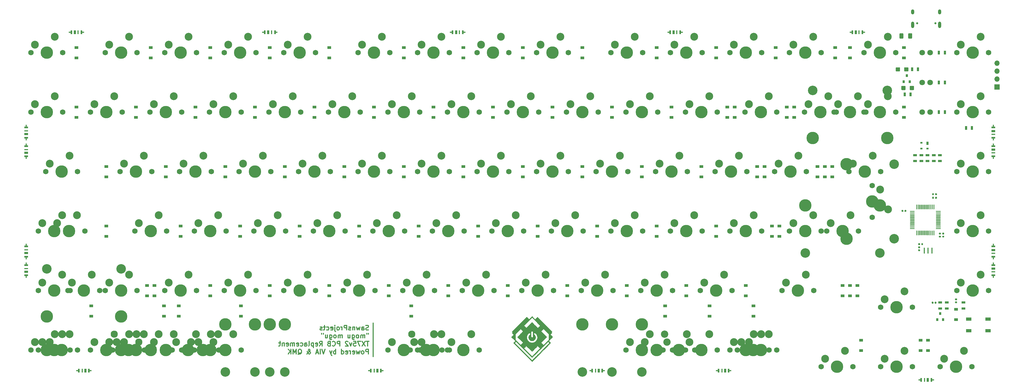
<source format=gbr>
%TF.GenerationSoftware,KiCad,Pcbnew,(5.1.11)-1*%
%TF.CreationDate,2022-07-15T11:42:44+07:00*%
%TF.ProjectId,TX75v2 PCB replacement,54583735-7632-4205-9043-42207265706c,rev?*%
%TF.SameCoordinates,Original*%
%TF.FileFunction,Soldermask,Bot*%
%TF.FilePolarity,Negative*%
%FSLAX46Y46*%
G04 Gerber Fmt 4.6, Leading zero omitted, Abs format (unit mm)*
G04 Created by KiCad (PCBNEW (5.1.11)-1) date 2022-07-15 11:42:44*
%MOMM*%
%LPD*%
G01*
G04 APERTURE LIST*
%ADD10C,0.300000*%
%ADD11C,0.010000*%
%ADD12R,1.200000X0.900000*%
%ADD13C,2.500000*%
%ADD14C,3.987800*%
%ADD15C,1.750000*%
%ADD16C,2.300000*%
%ADD17R,1.300000X0.700000*%
%ADD18R,0.550000X1.200000*%
%ADD19R,0.650000X0.450000*%
%ADD20R,0.700000X1.200000*%
%ADD21R,0.450000X1.200000*%
%ADD22R,1.200000X0.550000*%
%ADD23R,0.450000X0.650000*%
%ADD24R,1.200000X0.700000*%
%ADD25R,1.200000X0.450000*%
%ADD26R,1.800000X1.100000*%
%ADD27R,0.800000X0.900000*%
%ADD28R,0.700000X1.300000*%
%ADD29O,1.700000X1.700000*%
%ADD30R,1.700000X1.700000*%
%ADD31R,0.400000X1.900000*%
%ADD32C,3.048000*%
%ADD33C,2.350000*%
%ADD34C,1.800000*%
%ADD35C,0.650000*%
%ADD36O,1.000000X2.100000*%
%ADD37O,1.000000X1.600000*%
%ADD38R,0.700000X1.000000*%
%ADD39R,0.700000X0.600000*%
G04 APERTURE END LIST*
D10*
X79192185Y-148877101D02*
X78977900Y-148948530D01*
X78620757Y-148948530D01*
X78477900Y-148877101D01*
X78406471Y-148805673D01*
X78335042Y-148662816D01*
X78335042Y-148519959D01*
X78406471Y-148377101D01*
X78477900Y-148305673D01*
X78620757Y-148234244D01*
X78906471Y-148162816D01*
X79049328Y-148091387D01*
X79120757Y-148019959D01*
X79192185Y-147877101D01*
X79192185Y-147734244D01*
X79120757Y-147591387D01*
X79049328Y-147519959D01*
X78906471Y-147448530D01*
X78549328Y-147448530D01*
X78335042Y-147519959D01*
X77049328Y-148948530D02*
X77049328Y-148162816D01*
X77120757Y-148019959D01*
X77263614Y-147948530D01*
X77549328Y-147948530D01*
X77692185Y-148019959D01*
X77049328Y-148877101D02*
X77192185Y-148948530D01*
X77549328Y-148948530D01*
X77692185Y-148877101D01*
X77763614Y-148734244D01*
X77763614Y-148591387D01*
X77692185Y-148448530D01*
X77549328Y-148377101D01*
X77192185Y-148377101D01*
X77049328Y-148305673D01*
X76477900Y-147948530D02*
X76192185Y-148948530D01*
X75906471Y-148234244D01*
X75620757Y-148948530D01*
X75335042Y-147948530D01*
X74763614Y-147948530D02*
X74763614Y-148948530D01*
X74763614Y-148091387D02*
X74692185Y-148019959D01*
X74549328Y-147948530D01*
X74335042Y-147948530D01*
X74192185Y-148019959D01*
X74120757Y-148162816D01*
X74120757Y-148948530D01*
X73477900Y-148877101D02*
X73335042Y-148948530D01*
X73049328Y-148948530D01*
X72906471Y-148877101D01*
X72835042Y-148734244D01*
X72835042Y-148662816D01*
X72906471Y-148519959D01*
X73049328Y-148448530D01*
X73263614Y-148448530D01*
X73406471Y-148377101D01*
X73477900Y-148234244D01*
X73477900Y-148162816D01*
X73406471Y-148019959D01*
X73263614Y-147948530D01*
X73049328Y-147948530D01*
X72906471Y-148019959D01*
X72192185Y-148948530D02*
X72192185Y-147448530D01*
X71620757Y-147448530D01*
X71477900Y-147519959D01*
X71406471Y-147591387D01*
X71335042Y-147734244D01*
X71335042Y-147948530D01*
X71406471Y-148091387D01*
X71477900Y-148162816D01*
X71620757Y-148234244D01*
X72192185Y-148234244D01*
X70692185Y-148948530D02*
X70692185Y-147948530D01*
X70692185Y-148234244D02*
X70620757Y-148091387D01*
X70549328Y-148019959D01*
X70406471Y-147948530D01*
X70263614Y-147948530D01*
X69549328Y-148948530D02*
X69692185Y-148877101D01*
X69763614Y-148805673D01*
X69835042Y-148662816D01*
X69835042Y-148234244D01*
X69763614Y-148091387D01*
X69692185Y-148019959D01*
X69549328Y-147948530D01*
X69335042Y-147948530D01*
X69192185Y-148019959D01*
X69120757Y-148091387D01*
X69049328Y-148234244D01*
X69049328Y-148662816D01*
X69120757Y-148805673D01*
X69192185Y-148877101D01*
X69335042Y-148948530D01*
X69549328Y-148948530D01*
X68406471Y-147948530D02*
X68406471Y-149234244D01*
X68477900Y-149377101D01*
X68620757Y-149448530D01*
X68692185Y-149448530D01*
X68406471Y-147448530D02*
X68477900Y-147519959D01*
X68406471Y-147591387D01*
X68335042Y-147519959D01*
X68406471Y-147448530D01*
X68406471Y-147591387D01*
X67120757Y-148877101D02*
X67263614Y-148948530D01*
X67549328Y-148948530D01*
X67692185Y-148877101D01*
X67763614Y-148734244D01*
X67763614Y-148162816D01*
X67692185Y-148019959D01*
X67549328Y-147948530D01*
X67263614Y-147948530D01*
X67120757Y-148019959D01*
X67049328Y-148162816D01*
X67049328Y-148305673D01*
X67763614Y-148448530D01*
X65763614Y-148877101D02*
X65906471Y-148948530D01*
X66192185Y-148948530D01*
X66335042Y-148877101D01*
X66406471Y-148805673D01*
X66477900Y-148662816D01*
X66477900Y-148234244D01*
X66406471Y-148091387D01*
X66335042Y-148019959D01*
X66192185Y-147948530D01*
X65906471Y-147948530D01*
X65763614Y-148019959D01*
X65335042Y-147948530D02*
X64763614Y-147948530D01*
X65120757Y-147448530D02*
X65120757Y-148734244D01*
X65049328Y-148877101D01*
X64906471Y-148948530D01*
X64763614Y-148948530D01*
X64335042Y-148877101D02*
X64192185Y-148948530D01*
X63906471Y-148948530D01*
X63763614Y-148877101D01*
X63692185Y-148734244D01*
X63692185Y-148662816D01*
X63763614Y-148519959D01*
X63906471Y-148448530D01*
X64120757Y-148448530D01*
X64263614Y-148377101D01*
X64335042Y-148234244D01*
X64335042Y-148162816D01*
X64263614Y-148019959D01*
X64120757Y-147948530D01*
X63906471Y-147948530D01*
X63763614Y-148019959D01*
X79192185Y-149998530D02*
X79192185Y-150284244D01*
X78620757Y-149998530D02*
X78620757Y-150284244D01*
X77977900Y-151498530D02*
X77977900Y-150498530D01*
X77977900Y-150641387D02*
X77906471Y-150569959D01*
X77763614Y-150498530D01*
X77549328Y-150498530D01*
X77406471Y-150569959D01*
X77335042Y-150712816D01*
X77335042Y-151498530D01*
X77335042Y-150712816D02*
X77263614Y-150569959D01*
X77120757Y-150498530D01*
X76906471Y-150498530D01*
X76763614Y-150569959D01*
X76692185Y-150712816D01*
X76692185Y-151498530D01*
X75763614Y-151498530D02*
X75906471Y-151427101D01*
X75977900Y-151355673D01*
X76049328Y-151212816D01*
X76049328Y-150784244D01*
X75977900Y-150641387D01*
X75906471Y-150569959D01*
X75763614Y-150498530D01*
X75549328Y-150498530D01*
X75406471Y-150569959D01*
X75335042Y-150641387D01*
X75263614Y-150784244D01*
X75263614Y-151212816D01*
X75335042Y-151355673D01*
X75406471Y-151427101D01*
X75549328Y-151498530D01*
X75763614Y-151498530D01*
X73977900Y-150498530D02*
X73977900Y-151712816D01*
X74049328Y-151855673D01*
X74120757Y-151927101D01*
X74263614Y-151998530D01*
X74477900Y-151998530D01*
X74620757Y-151927101D01*
X73977900Y-151427101D02*
X74120757Y-151498530D01*
X74406471Y-151498530D01*
X74549328Y-151427101D01*
X74620757Y-151355673D01*
X74692185Y-151212816D01*
X74692185Y-150784244D01*
X74620757Y-150641387D01*
X74549328Y-150569959D01*
X74406471Y-150498530D01*
X74120757Y-150498530D01*
X73977900Y-150569959D01*
X72620757Y-150498530D02*
X72620757Y-151498530D01*
X73263614Y-150498530D02*
X73263614Y-151284244D01*
X73192185Y-151427101D01*
X73049328Y-151498530D01*
X72835042Y-151498530D01*
X72692185Y-151427101D01*
X72620757Y-151355673D01*
X70763614Y-151498530D02*
X70763614Y-150498530D01*
X70763614Y-150641387D02*
X70692185Y-150569959D01*
X70549328Y-150498530D01*
X70335042Y-150498530D01*
X70192185Y-150569959D01*
X70120757Y-150712816D01*
X70120757Y-151498530D01*
X70120757Y-150712816D02*
X70049328Y-150569959D01*
X69906471Y-150498530D01*
X69692185Y-150498530D01*
X69549328Y-150569959D01*
X69477900Y-150712816D01*
X69477900Y-151498530D01*
X68549328Y-151498530D02*
X68692185Y-151427101D01*
X68763614Y-151355673D01*
X68835042Y-151212816D01*
X68835042Y-150784244D01*
X68763614Y-150641387D01*
X68692185Y-150569959D01*
X68549328Y-150498530D01*
X68335042Y-150498530D01*
X68192185Y-150569959D01*
X68120757Y-150641387D01*
X68049328Y-150784244D01*
X68049328Y-151212816D01*
X68120757Y-151355673D01*
X68192185Y-151427101D01*
X68335042Y-151498530D01*
X68549328Y-151498530D01*
X66763614Y-150498530D02*
X66763614Y-151712816D01*
X66835042Y-151855673D01*
X66906471Y-151927101D01*
X67049328Y-151998530D01*
X67263614Y-151998530D01*
X67406471Y-151927101D01*
X66763614Y-151427101D02*
X66906471Y-151498530D01*
X67192185Y-151498530D01*
X67335042Y-151427101D01*
X67406471Y-151355673D01*
X67477900Y-151212816D01*
X67477900Y-150784244D01*
X67406471Y-150641387D01*
X67335042Y-150569959D01*
X67192185Y-150498530D01*
X66906471Y-150498530D01*
X66763614Y-150569959D01*
X65406471Y-150498530D02*
X65406471Y-151498530D01*
X66049328Y-150498530D02*
X66049328Y-151284244D01*
X65977900Y-151427101D01*
X65835042Y-151498530D01*
X65620757Y-151498530D01*
X65477900Y-151427101D01*
X65406471Y-151355673D01*
X64763614Y-149998530D02*
X64763614Y-150284244D01*
X64192185Y-149998530D02*
X64192185Y-150284244D01*
X79335042Y-152548530D02*
X78477900Y-152548530D01*
X78906471Y-154048530D02*
X78906471Y-152548530D01*
X78120757Y-152548530D02*
X77120757Y-154048530D01*
X77120757Y-152548530D02*
X78120757Y-154048530D01*
X76692185Y-152548530D02*
X75692185Y-152548530D01*
X76335042Y-154048530D01*
X74406471Y-152548530D02*
X75120757Y-152548530D01*
X75192185Y-153262816D01*
X75120757Y-153191387D01*
X74977900Y-153119959D01*
X74620757Y-153119959D01*
X74477900Y-153191387D01*
X74406471Y-153262816D01*
X74335042Y-153405673D01*
X74335042Y-153762816D01*
X74406471Y-153905673D01*
X74477900Y-153977101D01*
X74620757Y-154048530D01*
X74977900Y-154048530D01*
X75120757Y-153977101D01*
X75192185Y-153905673D01*
X73835042Y-153048530D02*
X73477900Y-154048530D01*
X73120757Y-153048530D01*
X72620757Y-152691387D02*
X72549328Y-152619959D01*
X72406471Y-152548530D01*
X72049328Y-152548530D01*
X71906471Y-152619959D01*
X71835042Y-152691387D01*
X71763614Y-152834244D01*
X71763614Y-152977101D01*
X71835042Y-153191387D01*
X72692185Y-154048530D01*
X71763614Y-154048530D01*
X69977900Y-154048530D02*
X69977900Y-152548530D01*
X69406471Y-152548530D01*
X69263614Y-152619959D01*
X69192185Y-152691387D01*
X69120757Y-152834244D01*
X69120757Y-153048530D01*
X69192185Y-153191387D01*
X69263614Y-153262816D01*
X69406471Y-153334244D01*
X69977900Y-153334244D01*
X67620757Y-153905673D02*
X67692185Y-153977101D01*
X67906471Y-154048530D01*
X68049328Y-154048530D01*
X68263614Y-153977101D01*
X68406471Y-153834244D01*
X68477900Y-153691387D01*
X68549328Y-153405673D01*
X68549328Y-153191387D01*
X68477900Y-152905673D01*
X68406471Y-152762816D01*
X68263614Y-152619959D01*
X68049328Y-152548530D01*
X67906471Y-152548530D01*
X67692185Y-152619959D01*
X67620757Y-152691387D01*
X66477900Y-153262816D02*
X66263614Y-153334244D01*
X66192185Y-153405673D01*
X66120757Y-153548530D01*
X66120757Y-153762816D01*
X66192185Y-153905673D01*
X66263614Y-153977101D01*
X66406471Y-154048530D01*
X66977900Y-154048530D01*
X66977900Y-152548530D01*
X66477900Y-152548530D01*
X66335042Y-152619959D01*
X66263614Y-152691387D01*
X66192185Y-152834244D01*
X66192185Y-152977101D01*
X66263614Y-153119959D01*
X66335042Y-153191387D01*
X66477900Y-153262816D01*
X66977900Y-153262816D01*
X63477900Y-154048530D02*
X63977900Y-153334244D01*
X64335042Y-154048530D02*
X64335042Y-152548530D01*
X63763614Y-152548530D01*
X63620757Y-152619959D01*
X63549328Y-152691387D01*
X63477900Y-152834244D01*
X63477900Y-153048530D01*
X63549328Y-153191387D01*
X63620757Y-153262816D01*
X63763614Y-153334244D01*
X64335042Y-153334244D01*
X62263614Y-153977101D02*
X62406471Y-154048530D01*
X62692185Y-154048530D01*
X62835042Y-153977101D01*
X62906471Y-153834244D01*
X62906471Y-153262816D01*
X62835042Y-153119959D01*
X62692185Y-153048530D01*
X62406471Y-153048530D01*
X62263614Y-153119959D01*
X62192185Y-153262816D01*
X62192185Y-153405673D01*
X62906471Y-153548530D01*
X61549328Y-153048530D02*
X61549328Y-154548530D01*
X61549328Y-153119959D02*
X61406471Y-153048530D01*
X61120757Y-153048530D01*
X60977900Y-153119959D01*
X60906471Y-153191387D01*
X60835042Y-153334244D01*
X60835042Y-153762816D01*
X60906471Y-153905673D01*
X60977900Y-153977101D01*
X61120757Y-154048530D01*
X61406471Y-154048530D01*
X61549328Y-153977101D01*
X59977900Y-154048530D02*
X60120757Y-153977101D01*
X60192185Y-153834244D01*
X60192185Y-152548530D01*
X58763614Y-154048530D02*
X58763614Y-153262816D01*
X58835042Y-153119959D01*
X58977900Y-153048530D01*
X59263614Y-153048530D01*
X59406471Y-153119959D01*
X58763614Y-153977101D02*
X58906471Y-154048530D01*
X59263614Y-154048530D01*
X59406471Y-153977101D01*
X59477900Y-153834244D01*
X59477900Y-153691387D01*
X59406471Y-153548530D01*
X59263614Y-153477101D01*
X58906471Y-153477101D01*
X58763614Y-153405673D01*
X57406471Y-153977101D02*
X57549328Y-154048530D01*
X57835042Y-154048530D01*
X57977900Y-153977101D01*
X58049328Y-153905673D01*
X58120757Y-153762816D01*
X58120757Y-153334244D01*
X58049328Y-153191387D01*
X57977900Y-153119959D01*
X57835042Y-153048530D01*
X57549328Y-153048530D01*
X57406471Y-153119959D01*
X56192185Y-153977101D02*
X56335042Y-154048530D01*
X56620757Y-154048530D01*
X56763614Y-153977101D01*
X56835042Y-153834244D01*
X56835042Y-153262816D01*
X56763614Y-153119959D01*
X56620757Y-153048530D01*
X56335042Y-153048530D01*
X56192185Y-153119959D01*
X56120757Y-153262816D01*
X56120757Y-153405673D01*
X56835042Y-153548530D01*
X55477900Y-154048530D02*
X55477900Y-153048530D01*
X55477900Y-153191387D02*
X55406471Y-153119959D01*
X55263614Y-153048530D01*
X55049328Y-153048530D01*
X54906471Y-153119959D01*
X54835042Y-153262816D01*
X54835042Y-154048530D01*
X54835042Y-153262816D02*
X54763614Y-153119959D01*
X54620757Y-153048530D01*
X54406471Y-153048530D01*
X54263614Y-153119959D01*
X54192185Y-153262816D01*
X54192185Y-154048530D01*
X52906471Y-153977101D02*
X53049328Y-154048530D01*
X53335042Y-154048530D01*
X53477900Y-153977101D01*
X53549328Y-153834244D01*
X53549328Y-153262816D01*
X53477900Y-153119959D01*
X53335042Y-153048530D01*
X53049328Y-153048530D01*
X52906471Y-153119959D01*
X52835042Y-153262816D01*
X52835042Y-153405673D01*
X53549328Y-153548530D01*
X52192185Y-153048530D02*
X52192185Y-154048530D01*
X52192185Y-153191387D02*
X52120757Y-153119959D01*
X51977900Y-153048530D01*
X51763614Y-153048530D01*
X51620757Y-153119959D01*
X51549328Y-153262816D01*
X51549328Y-154048530D01*
X51049328Y-153048530D02*
X50477900Y-153048530D01*
X50835042Y-152548530D02*
X50835042Y-153834244D01*
X50763614Y-153977101D01*
X50620757Y-154048530D01*
X50477900Y-154048530D01*
X79120757Y-156598530D02*
X79120757Y-155098530D01*
X78549328Y-155098530D01*
X78406471Y-155169959D01*
X78335042Y-155241387D01*
X78263614Y-155384244D01*
X78263614Y-155598530D01*
X78335042Y-155741387D01*
X78406471Y-155812816D01*
X78549328Y-155884244D01*
X79120757Y-155884244D01*
X77406471Y-156598530D02*
X77549328Y-156527101D01*
X77620757Y-156455673D01*
X77692185Y-156312816D01*
X77692185Y-155884244D01*
X77620757Y-155741387D01*
X77549328Y-155669959D01*
X77406471Y-155598530D01*
X77192185Y-155598530D01*
X77049328Y-155669959D01*
X76977900Y-155741387D01*
X76906471Y-155884244D01*
X76906471Y-156312816D01*
X76977900Y-156455673D01*
X77049328Y-156527101D01*
X77192185Y-156598530D01*
X77406471Y-156598530D01*
X76406471Y-155598530D02*
X76120757Y-156598530D01*
X75835042Y-155884244D01*
X75549328Y-156598530D01*
X75263614Y-155598530D01*
X74120757Y-156527101D02*
X74263614Y-156598530D01*
X74549328Y-156598530D01*
X74692185Y-156527101D01*
X74763614Y-156384244D01*
X74763614Y-155812816D01*
X74692185Y-155669959D01*
X74549328Y-155598530D01*
X74263614Y-155598530D01*
X74120757Y-155669959D01*
X74049328Y-155812816D01*
X74049328Y-155955673D01*
X74763614Y-156098530D01*
X73406471Y-156598530D02*
X73406471Y-155598530D01*
X73406471Y-155884244D02*
X73335042Y-155741387D01*
X73263614Y-155669959D01*
X73120757Y-155598530D01*
X72977900Y-155598530D01*
X71906471Y-156527101D02*
X72049328Y-156598530D01*
X72335042Y-156598530D01*
X72477900Y-156527101D01*
X72549328Y-156384244D01*
X72549328Y-155812816D01*
X72477900Y-155669959D01*
X72335042Y-155598530D01*
X72049328Y-155598530D01*
X71906471Y-155669959D01*
X71835042Y-155812816D01*
X71835042Y-155955673D01*
X72549328Y-156098530D01*
X70549328Y-156598530D02*
X70549328Y-155098530D01*
X70549328Y-156527101D02*
X70692185Y-156598530D01*
X70977900Y-156598530D01*
X71120757Y-156527101D01*
X71192185Y-156455673D01*
X71263614Y-156312816D01*
X71263614Y-155884244D01*
X71192185Y-155741387D01*
X71120757Y-155669959D01*
X70977900Y-155598530D01*
X70692185Y-155598530D01*
X70549328Y-155669959D01*
X68692185Y-156598530D02*
X68692185Y-155098530D01*
X68692185Y-155669959D02*
X68549328Y-155598530D01*
X68263614Y-155598530D01*
X68120757Y-155669959D01*
X68049328Y-155741387D01*
X67977900Y-155884244D01*
X67977900Y-156312816D01*
X68049328Y-156455673D01*
X68120757Y-156527101D01*
X68263614Y-156598530D01*
X68549328Y-156598530D01*
X68692185Y-156527101D01*
X67477900Y-155598530D02*
X67120757Y-156598530D01*
X66763614Y-155598530D02*
X67120757Y-156598530D01*
X67263614Y-156955673D01*
X67335042Y-157027101D01*
X67477900Y-157098530D01*
X65263614Y-155098530D02*
X64763614Y-156598530D01*
X64263614Y-155098530D01*
X63763614Y-156598530D02*
X63763614Y-155098530D01*
X63120757Y-156169959D02*
X62406471Y-156169959D01*
X63263614Y-156598530D02*
X62763614Y-155098530D01*
X62263614Y-156598530D01*
X59406471Y-156598530D02*
X59477900Y-156598530D01*
X59620757Y-156527101D01*
X59835042Y-156312816D01*
X60192185Y-155884244D01*
X60335042Y-155669959D01*
X60406471Y-155455673D01*
X60406471Y-155312816D01*
X60335042Y-155169959D01*
X60192185Y-155098530D01*
X60120757Y-155098530D01*
X59977900Y-155169959D01*
X59906471Y-155312816D01*
X59906471Y-155384244D01*
X59977900Y-155527101D01*
X60049328Y-155598530D01*
X60477900Y-155884244D01*
X60549328Y-155955673D01*
X60620757Y-156098530D01*
X60620757Y-156312816D01*
X60549328Y-156455673D01*
X60477900Y-156527101D01*
X60335042Y-156598530D01*
X60120757Y-156598530D01*
X59977900Y-156527101D01*
X59906471Y-156455673D01*
X59692185Y-156169959D01*
X59620757Y-155955673D01*
X59620757Y-155812816D01*
X56620757Y-156741387D02*
X56763614Y-156669959D01*
X56906471Y-156527101D01*
X57120757Y-156312816D01*
X57263614Y-156241387D01*
X57406471Y-156241387D01*
X57335042Y-156598530D02*
X57477900Y-156527101D01*
X57620757Y-156384244D01*
X57692185Y-156098530D01*
X57692185Y-155598530D01*
X57620757Y-155312816D01*
X57477900Y-155169959D01*
X57335042Y-155098530D01*
X57049328Y-155098530D01*
X56906471Y-155169959D01*
X56763614Y-155312816D01*
X56692185Y-155598530D01*
X56692185Y-156098530D01*
X56763614Y-156384244D01*
X56906471Y-156527101D01*
X57049328Y-156598530D01*
X57335042Y-156598530D01*
X56049328Y-156598530D02*
X56049328Y-155098530D01*
X55549328Y-156169959D01*
X55049328Y-155098530D01*
X55049328Y-156598530D01*
X54335042Y-156598530D02*
X54335042Y-155098530D01*
X53477900Y-156598530D02*
X54120757Y-155741387D01*
X53477900Y-155098530D02*
X54335042Y-155955673D01*
X80641662Y-146737133D02*
X80641662Y-157452785D01*
D11*
%TO.C,G\u002A\u002A\u002A*%
G36*
X131056591Y-145013677D02*
G01*
X130575829Y-145494440D01*
X130202063Y-145120727D01*
X129828298Y-144747015D01*
X125122158Y-149453155D01*
X125229127Y-149560302D01*
X125336095Y-149667449D01*
X125229114Y-149774429D01*
X125122134Y-149881410D01*
X125388795Y-150148144D01*
X125655456Y-150414879D01*
X125281713Y-150788569D01*
X124907969Y-151162260D01*
X125548395Y-151802716D01*
X126188820Y-152443172D01*
X125550270Y-153081846D01*
X131537385Y-159068961D01*
X134529143Y-156077196D01*
X137520902Y-153085431D01*
X137517330Y-153081859D01*
X137096301Y-153081859D01*
X134316845Y-155861323D01*
X134148417Y-156029745D01*
X133982552Y-156195590D01*
X133819547Y-156358564D01*
X133659696Y-156518371D01*
X133503295Y-156674715D01*
X133350640Y-156827303D01*
X133202027Y-156975838D01*
X133057751Y-157120025D01*
X132918107Y-157259568D01*
X132783392Y-157394174D01*
X132653901Y-157523546D01*
X132529930Y-157647388D01*
X132411775Y-157765407D01*
X132299730Y-157877306D01*
X132194092Y-157982790D01*
X132095157Y-158081565D01*
X132003219Y-158173334D01*
X131918575Y-158257803D01*
X131841520Y-158334676D01*
X131772351Y-158403658D01*
X131711362Y-158464453D01*
X131658849Y-158516767D01*
X131615108Y-158560304D01*
X131580434Y-158594769D01*
X131555124Y-158619867D01*
X131539472Y-158635302D01*
X131533775Y-158640780D01*
X131533759Y-158640787D01*
X131528456Y-158635704D01*
X131513187Y-158620652D01*
X131488248Y-158595927D01*
X131453936Y-158561823D01*
X131410545Y-158518637D01*
X131358373Y-158466664D01*
X131297714Y-158406200D01*
X131228866Y-158337540D01*
X131152123Y-158260979D01*
X131067782Y-158176814D01*
X130976139Y-158085340D01*
X130877489Y-157986853D01*
X130772129Y-157881647D01*
X130660355Y-157770019D01*
X130542462Y-157652264D01*
X130418746Y-157528678D01*
X130289504Y-157399555D01*
X130155031Y-157265193D01*
X130015623Y-157125886D01*
X129871576Y-156981929D01*
X129723187Y-156833620D01*
X129570750Y-156681251D01*
X129414563Y-156525121D01*
X129254920Y-156365523D01*
X129092118Y-156202755D01*
X128926453Y-156037110D01*
X128758221Y-155868885D01*
X128756084Y-155866748D01*
X128587816Y-155698467D01*
X128422124Y-155532736D01*
X128259305Y-155369852D01*
X128099655Y-155210112D01*
X127943468Y-155053812D01*
X127791041Y-154901248D01*
X127642668Y-154752717D01*
X127498647Y-154608515D01*
X127359271Y-154468938D01*
X127224838Y-154334284D01*
X127095642Y-154204847D01*
X126971980Y-154080925D01*
X126854146Y-153962815D01*
X126742436Y-153850811D01*
X126637147Y-153745212D01*
X126538573Y-153646313D01*
X126447010Y-153554410D01*
X126362755Y-153469801D01*
X126286101Y-153392780D01*
X126217346Y-153323646D01*
X126156785Y-153262694D01*
X126104712Y-153210221D01*
X126061425Y-153166522D01*
X126027219Y-153131895D01*
X126002388Y-153106636D01*
X125987229Y-153091041D01*
X125982038Y-153085406D01*
X125982038Y-153085401D01*
X125987010Y-153078853D01*
X126001209Y-153063200D01*
X126023554Y-153039559D01*
X126052966Y-153009046D01*
X126088366Y-152972776D01*
X126128674Y-152931868D01*
X126172812Y-152887436D01*
X126192516Y-152867709D01*
X126402995Y-152657324D01*
X128968373Y-155222695D01*
X131533752Y-157788065D01*
X134097341Y-155224484D01*
X134259069Y-155062770D01*
X134418237Y-154903646D01*
X134527429Y-154794503D01*
X134106393Y-154794503D01*
X132825523Y-156075388D01*
X132711540Y-156189343D01*
X132600219Y-156300581D01*
X132491997Y-156408667D01*
X132387312Y-156513164D01*
X132286602Y-156613638D01*
X132190304Y-156709654D01*
X132098856Y-156800776D01*
X132012697Y-156886569D01*
X131932263Y-156966597D01*
X131857992Y-157040426D01*
X131790323Y-157107621D01*
X131729692Y-157167745D01*
X131676538Y-157220364D01*
X131631299Y-157265042D01*
X131594411Y-157301345D01*
X131566314Y-157328836D01*
X131547443Y-157347081D01*
X131538238Y-157355644D01*
X131537380Y-157356273D01*
X131531671Y-157351211D01*
X131516143Y-157336314D01*
X131491234Y-157312018D01*
X131457381Y-157278758D01*
X131415023Y-157236970D01*
X131364597Y-157187088D01*
X131306540Y-157129548D01*
X131241291Y-157064786D01*
X131169287Y-156993236D01*
X131090967Y-156915333D01*
X131006767Y-156831514D01*
X130917125Y-156742212D01*
X130822480Y-156647865D01*
X130723268Y-156548906D01*
X130619929Y-156445771D01*
X130512898Y-156338895D01*
X130402615Y-156228714D01*
X130289517Y-156115663D01*
X130249247Y-156075397D01*
X128968386Y-154794520D01*
X129715800Y-154047000D01*
X130624776Y-154955954D01*
X131533752Y-155864909D01*
X132444524Y-154954158D01*
X133355297Y-154043407D01*
X134106393Y-154794503D01*
X134527429Y-154794503D01*
X134574535Y-154747419D01*
X134727656Y-154594395D01*
X134877292Y-154444883D01*
X135023133Y-154299190D01*
X135164871Y-154157623D01*
X135302199Y-154020491D01*
X135434807Y-153888100D01*
X135562387Y-153760758D01*
X135684631Y-153638773D01*
X135801231Y-153522452D01*
X135911877Y-153412103D01*
X136016263Y-153308033D01*
X136114078Y-153210549D01*
X136205015Y-153119960D01*
X136288766Y-153036573D01*
X136365022Y-152960695D01*
X136433474Y-152892634D01*
X136493815Y-152832697D01*
X136545735Y-152781192D01*
X136588927Y-152738426D01*
X136623082Y-152704707D01*
X136647892Y-152680343D01*
X136663047Y-152665641D01*
X136668231Y-152660902D01*
X136674778Y-152665874D01*
X136690429Y-152680073D01*
X136714069Y-152702418D01*
X136744581Y-152731830D01*
X136780849Y-152767229D01*
X136821757Y-152807538D01*
X136866188Y-152851675D01*
X136885916Y-152871380D01*
X137096301Y-153081859D01*
X137517330Y-153081859D01*
X137201581Y-152766111D01*
X136882261Y-152446790D01*
X137524516Y-151804567D01*
X138166770Y-151162343D01*
X137791250Y-150786770D01*
X137415729Y-150411198D01*
X137520962Y-150305936D01*
X136882266Y-150305936D01*
X136882266Y-152018499D01*
X136027772Y-152873109D01*
X135173277Y-153727718D01*
X134422079Y-152976624D01*
X135331033Y-152067649D01*
X136098476Y-151300187D01*
X133227646Y-151300187D01*
X133223466Y-151436322D01*
X133210225Y-151563816D01*
X133187251Y-151685874D01*
X133153868Y-151805704D01*
X133109402Y-151926511D01*
X133082975Y-151987898D01*
X133017411Y-152119719D01*
X132943532Y-152241249D01*
X132859497Y-152355186D01*
X132763469Y-152464230D01*
X132746289Y-152481996D01*
X132669343Y-152557202D01*
X132595012Y-152622298D01*
X132519733Y-152679863D01*
X132439942Y-152732472D01*
X132352073Y-152782704D01*
X132277609Y-152820920D01*
X132139819Y-152881765D01*
X131998810Y-152930216D01*
X131856671Y-152965647D01*
X131726066Y-152986278D01*
X131683795Y-152989758D01*
X131631225Y-152992122D01*
X131572515Y-152993362D01*
X131511826Y-152993468D01*
X131453317Y-152992433D01*
X131401148Y-152990245D01*
X131361109Y-152987077D01*
X131317024Y-152980200D01*
X128649000Y-152980200D01*
X128275295Y-153353958D01*
X127901590Y-153727717D01*
X127047042Y-152873192D01*
X126192495Y-152018668D01*
X126192495Y-150305936D01*
X127048830Y-149449624D01*
X127905165Y-148593311D01*
X128275287Y-148963380D01*
X128335968Y-149024151D01*
X128393552Y-149082011D01*
X128447226Y-149136134D01*
X128496179Y-149185691D01*
X128539600Y-149229855D01*
X128576676Y-149267798D01*
X128606596Y-149298693D01*
X128628548Y-149321712D01*
X128641721Y-149336028D01*
X128645409Y-149340743D01*
X128640359Y-149346562D01*
X128625554Y-149362114D01*
X128601511Y-149386877D01*
X128568749Y-149420328D01*
X128527783Y-149461947D01*
X128479132Y-149511212D01*
X128423314Y-149567602D01*
X128360844Y-149630594D01*
X128292242Y-149699668D01*
X128218024Y-149774301D01*
X128138708Y-149853973D01*
X128054811Y-149938161D01*
X127966851Y-150026344D01*
X127875345Y-150118000D01*
X127780810Y-150212608D01*
X127738266Y-150255159D01*
X126831123Y-151162280D01*
X127740062Y-152071240D01*
X128649000Y-152980200D01*
X131317024Y-152980200D01*
X131209318Y-152963399D01*
X131060194Y-152925580D01*
X130913425Y-152873529D01*
X130786335Y-152816060D01*
X130700432Y-152771306D01*
X130624499Y-152727162D01*
X130555277Y-152681244D01*
X130489506Y-152631167D01*
X130423929Y-152574546D01*
X130355285Y-152508996D01*
X130324898Y-152478374D01*
X130258982Y-152408506D01*
X130202222Y-152342189D01*
X130152134Y-152275896D01*
X130106235Y-152206103D01*
X130062040Y-152129283D01*
X130017067Y-152041912D01*
X130016331Y-152040416D01*
X129953932Y-151897622D01*
X129905448Y-151752114D01*
X129870720Y-151604721D01*
X129849588Y-151456275D01*
X129841892Y-151307607D01*
X129847473Y-151159547D01*
X129866172Y-151012926D01*
X129897828Y-150868574D01*
X129942283Y-150727324D01*
X129999377Y-150590005D01*
X130068950Y-150457449D01*
X130150843Y-150330485D01*
X130244896Y-150209946D01*
X130350950Y-150096661D01*
X130398049Y-150052336D01*
X130448310Y-150007671D01*
X130490592Y-149972426D01*
X130526804Y-149945393D01*
X130558856Y-149925364D01*
X130588654Y-149911133D01*
X130618109Y-149901493D01*
X130645533Y-149895803D01*
X130706585Y-149892519D01*
X130763957Y-149902021D01*
X130816546Y-149922810D01*
X130863251Y-149953390D01*
X130902969Y-149992261D01*
X130934599Y-150037928D01*
X130957038Y-150088891D01*
X130969184Y-150143654D01*
X130969936Y-150200717D01*
X130958192Y-150258584D01*
X130941977Y-150298702D01*
X130931198Y-150319216D01*
X130919907Y-150336852D01*
X130905945Y-150353990D01*
X130887154Y-150373007D01*
X130861376Y-150396283D01*
X130826452Y-150426195D01*
X130825752Y-150426788D01*
X130727155Y-150518804D01*
X130641709Y-150616957D01*
X130569396Y-150721276D01*
X130510200Y-150831792D01*
X130464104Y-150948535D01*
X130431091Y-151071537D01*
X130415634Y-151162302D01*
X130411431Y-151210631D01*
X130409837Y-151268417D01*
X130410678Y-151331294D01*
X130413784Y-151394895D01*
X130418980Y-151454853D01*
X130426096Y-151506802D01*
X130430035Y-151527121D01*
X130464912Y-151653848D01*
X130512095Y-151773307D01*
X130571004Y-151884909D01*
X130641059Y-151988066D01*
X130721680Y-152082188D01*
X130812287Y-152166686D01*
X130912298Y-152240972D01*
X131021136Y-152304456D01*
X131138218Y-152356549D01*
X131262965Y-152396663D01*
X131294266Y-152404510D01*
X131358936Y-152416401D01*
X131433014Y-152424260D01*
X131511931Y-152427971D01*
X131591118Y-152427415D01*
X131666006Y-152422475D01*
X131718809Y-152415450D01*
X131844862Y-152386640D01*
X131965982Y-152344245D01*
X132081656Y-152288503D01*
X132191370Y-152219654D01*
X132271143Y-152158128D01*
X132357502Y-152076360D01*
X132434987Y-151983877D01*
X132502849Y-151881991D01*
X132560339Y-151772015D01*
X132606709Y-151655259D01*
X132641210Y-151533037D01*
X132649011Y-151496130D01*
X132655501Y-151450942D01*
X132659845Y-151395493D01*
X132662044Y-151333846D01*
X132662098Y-151270064D01*
X132660007Y-151208210D01*
X132655774Y-151152346D01*
X132649397Y-151106537D01*
X132648955Y-151104245D01*
X132616800Y-150975367D01*
X132572451Y-150854359D01*
X132515880Y-150741172D01*
X132447057Y-150635756D01*
X132365952Y-150538061D01*
X132272537Y-150448040D01*
X132242167Y-150422570D01*
X132198167Y-150384820D01*
X132165035Y-150351065D01*
X132140832Y-150318466D01*
X132123618Y-150284184D01*
X132111457Y-150245382D01*
X132106875Y-150224473D01*
X132101565Y-150166842D01*
X132109318Y-150111028D01*
X132130554Y-150054218D01*
X132133010Y-150049223D01*
X132167412Y-149995215D01*
X132210567Y-149951627D01*
X132260853Y-149919298D01*
X132316649Y-149899069D01*
X132376331Y-149891781D01*
X132428207Y-149896261D01*
X132460577Y-149903999D01*
X132492496Y-149915888D01*
X132525324Y-149932923D01*
X132560422Y-149956099D01*
X132599153Y-149986410D01*
X132642878Y-150024851D01*
X132692957Y-150072416D01*
X132750752Y-150130101D01*
X132757068Y-150136524D01*
X132825313Y-150208712D01*
X132883703Y-150276887D01*
X132934754Y-150344632D01*
X132980982Y-150415526D01*
X133024901Y-150493151D01*
X133068326Y-150579623D01*
X133122229Y-150703538D01*
X133164348Y-150826400D01*
X133195281Y-150950913D01*
X133215626Y-151079781D01*
X133225981Y-151215708D01*
X133227646Y-151300187D01*
X136098476Y-151300187D01*
X136239987Y-151158673D01*
X135331033Y-150249697D01*
X134610798Y-149529445D01*
X131813152Y-149529445D01*
X131813152Y-151096987D01*
X131792000Y-151138751D01*
X131769455Y-151173969D01*
X131738323Y-151210341D01*
X131702950Y-151243469D01*
X131667683Y-151268957D01*
X131657934Y-151274374D01*
X131604780Y-151293723D01*
X131546891Y-151301154D01*
X131487844Y-151296649D01*
X131431215Y-151280190D01*
X131420818Y-151275613D01*
X131368997Y-151243907D01*
X131324605Y-151201789D01*
X131289617Y-151151830D01*
X131266004Y-151096598D01*
X131258451Y-151064111D01*
X131257259Y-151049409D01*
X131256167Y-151021438D01*
X131255175Y-150981442D01*
X131254284Y-150930666D01*
X131253495Y-150870354D01*
X131252808Y-150801752D01*
X131252223Y-150726103D01*
X131251743Y-150644653D01*
X131251366Y-150558645D01*
X131251094Y-150469325D01*
X131250928Y-150377938D01*
X131250868Y-150285727D01*
X131250914Y-150193937D01*
X131251067Y-150103814D01*
X131251328Y-150016601D01*
X131251698Y-149933544D01*
X131252177Y-149855886D01*
X131252766Y-149784873D01*
X131253465Y-149721749D01*
X131254275Y-149667759D01*
X131255197Y-149624148D01*
X131256231Y-149592159D01*
X131257378Y-149573037D01*
X131257697Y-149570310D01*
X131273268Y-149511592D01*
X131301480Y-149456751D01*
X131340519Y-149408351D01*
X131388573Y-149368961D01*
X131408310Y-149357164D01*
X131464018Y-149334706D01*
X131521643Y-149325656D01*
X131579348Y-149329401D01*
X131635296Y-149345330D01*
X131687648Y-149372830D01*
X131734566Y-149411288D01*
X131774214Y-149460093D01*
X131788393Y-149483783D01*
X131813152Y-149529445D01*
X134610798Y-149529445D01*
X134422079Y-149340722D01*
X134795837Y-148967016D01*
X135169595Y-148593311D01*
X136025931Y-149449623D01*
X136882266Y-150305936D01*
X137520962Y-150305936D01*
X137949061Y-149877720D01*
X137842081Y-149770741D01*
X137735102Y-149663762D01*
X137842042Y-149556643D01*
X137948983Y-149449524D01*
X136025891Y-147526439D01*
X134102762Y-147526439D01*
X133730869Y-147898385D01*
X133670027Y-147959186D01*
X133612183Y-148016895D01*
X133558154Y-148070705D01*
X133508754Y-148119806D01*
X133464802Y-148163390D01*
X133427112Y-148200648D01*
X133396502Y-148230774D01*
X133373786Y-148252957D01*
X133359783Y-148266389D01*
X133355310Y-148270330D01*
X133349876Y-148265282D01*
X133334702Y-148250484D01*
X133310309Y-148226452D01*
X133277214Y-148193703D01*
X133235938Y-148152754D01*
X133186999Y-148104123D01*
X133130916Y-148048327D01*
X133068209Y-147985882D01*
X132999397Y-147917306D01*
X132924999Y-147843116D01*
X132845534Y-147763829D01*
X132761522Y-147679962D01*
X132673481Y-147592031D01*
X132581930Y-147500555D01*
X132487390Y-147406051D01*
X132444523Y-147363187D01*
X131537402Y-146456044D01*
X129719482Y-148273922D01*
X129345722Y-147900214D01*
X128971962Y-147526507D01*
X130254663Y-146243790D01*
X131537365Y-144961073D01*
X132820064Y-146243756D01*
X134102762Y-147526439D01*
X136025891Y-147526439D01*
X135597721Y-147098271D01*
X133246460Y-144747018D01*
X132498946Y-145494426D01*
X132018150Y-145013671D01*
X131537353Y-144532915D01*
X131056591Y-145013677D01*
G37*
X131056591Y-145013677D02*
X130575829Y-145494440D01*
X130202063Y-145120727D01*
X129828298Y-144747015D01*
X125122158Y-149453155D01*
X125229127Y-149560302D01*
X125336095Y-149667449D01*
X125229114Y-149774429D01*
X125122134Y-149881410D01*
X125388795Y-150148144D01*
X125655456Y-150414879D01*
X125281713Y-150788569D01*
X124907969Y-151162260D01*
X125548395Y-151802716D01*
X126188820Y-152443172D01*
X125550270Y-153081846D01*
X131537385Y-159068961D01*
X134529143Y-156077196D01*
X137520902Y-153085431D01*
X137517330Y-153081859D01*
X137096301Y-153081859D01*
X134316845Y-155861323D01*
X134148417Y-156029745D01*
X133982552Y-156195590D01*
X133819547Y-156358564D01*
X133659696Y-156518371D01*
X133503295Y-156674715D01*
X133350640Y-156827303D01*
X133202027Y-156975838D01*
X133057751Y-157120025D01*
X132918107Y-157259568D01*
X132783392Y-157394174D01*
X132653901Y-157523546D01*
X132529930Y-157647388D01*
X132411775Y-157765407D01*
X132299730Y-157877306D01*
X132194092Y-157982790D01*
X132095157Y-158081565D01*
X132003219Y-158173334D01*
X131918575Y-158257803D01*
X131841520Y-158334676D01*
X131772351Y-158403658D01*
X131711362Y-158464453D01*
X131658849Y-158516767D01*
X131615108Y-158560304D01*
X131580434Y-158594769D01*
X131555124Y-158619867D01*
X131539472Y-158635302D01*
X131533775Y-158640780D01*
X131533759Y-158640787D01*
X131528456Y-158635704D01*
X131513187Y-158620652D01*
X131488248Y-158595927D01*
X131453936Y-158561823D01*
X131410545Y-158518637D01*
X131358373Y-158466664D01*
X131297714Y-158406200D01*
X131228866Y-158337540D01*
X131152123Y-158260979D01*
X131067782Y-158176814D01*
X130976139Y-158085340D01*
X130877489Y-157986853D01*
X130772129Y-157881647D01*
X130660355Y-157770019D01*
X130542462Y-157652264D01*
X130418746Y-157528678D01*
X130289504Y-157399555D01*
X130155031Y-157265193D01*
X130015623Y-157125886D01*
X129871576Y-156981929D01*
X129723187Y-156833620D01*
X129570750Y-156681251D01*
X129414563Y-156525121D01*
X129254920Y-156365523D01*
X129092118Y-156202755D01*
X128926453Y-156037110D01*
X128758221Y-155868885D01*
X128756084Y-155866748D01*
X128587816Y-155698467D01*
X128422124Y-155532736D01*
X128259305Y-155369852D01*
X128099655Y-155210112D01*
X127943468Y-155053812D01*
X127791041Y-154901248D01*
X127642668Y-154752717D01*
X127498647Y-154608515D01*
X127359271Y-154468938D01*
X127224838Y-154334284D01*
X127095642Y-154204847D01*
X126971980Y-154080925D01*
X126854146Y-153962815D01*
X126742436Y-153850811D01*
X126637147Y-153745212D01*
X126538573Y-153646313D01*
X126447010Y-153554410D01*
X126362755Y-153469801D01*
X126286101Y-153392780D01*
X126217346Y-153323646D01*
X126156785Y-153262694D01*
X126104712Y-153210221D01*
X126061425Y-153166522D01*
X126027219Y-153131895D01*
X126002388Y-153106636D01*
X125987229Y-153091041D01*
X125982038Y-153085406D01*
X125982038Y-153085401D01*
X125987010Y-153078853D01*
X126001209Y-153063200D01*
X126023554Y-153039559D01*
X126052966Y-153009046D01*
X126088366Y-152972776D01*
X126128674Y-152931868D01*
X126172812Y-152887436D01*
X126192516Y-152867709D01*
X126402995Y-152657324D01*
X128968373Y-155222695D01*
X131533752Y-157788065D01*
X134097341Y-155224484D01*
X134259069Y-155062770D01*
X134418237Y-154903646D01*
X134527429Y-154794503D01*
X134106393Y-154794503D01*
X132825523Y-156075388D01*
X132711540Y-156189343D01*
X132600219Y-156300581D01*
X132491997Y-156408667D01*
X132387312Y-156513164D01*
X132286602Y-156613638D01*
X132190304Y-156709654D01*
X132098856Y-156800776D01*
X132012697Y-156886569D01*
X131932263Y-156966597D01*
X131857992Y-157040426D01*
X131790323Y-157107621D01*
X131729692Y-157167745D01*
X131676538Y-157220364D01*
X131631299Y-157265042D01*
X131594411Y-157301345D01*
X131566314Y-157328836D01*
X131547443Y-157347081D01*
X131538238Y-157355644D01*
X131537380Y-157356273D01*
X131531671Y-157351211D01*
X131516143Y-157336314D01*
X131491234Y-157312018D01*
X131457381Y-157278758D01*
X131415023Y-157236970D01*
X131364597Y-157187088D01*
X131306540Y-157129548D01*
X131241291Y-157064786D01*
X131169287Y-156993236D01*
X131090967Y-156915333D01*
X131006767Y-156831514D01*
X130917125Y-156742212D01*
X130822480Y-156647865D01*
X130723268Y-156548906D01*
X130619929Y-156445771D01*
X130512898Y-156338895D01*
X130402615Y-156228714D01*
X130289517Y-156115663D01*
X130249247Y-156075397D01*
X128968386Y-154794520D01*
X129715800Y-154047000D01*
X130624776Y-154955954D01*
X131533752Y-155864909D01*
X132444524Y-154954158D01*
X133355297Y-154043407D01*
X134106393Y-154794503D01*
X134527429Y-154794503D01*
X134574535Y-154747419D01*
X134727656Y-154594395D01*
X134877292Y-154444883D01*
X135023133Y-154299190D01*
X135164871Y-154157623D01*
X135302199Y-154020491D01*
X135434807Y-153888100D01*
X135562387Y-153760758D01*
X135684631Y-153638773D01*
X135801231Y-153522452D01*
X135911877Y-153412103D01*
X136016263Y-153308033D01*
X136114078Y-153210549D01*
X136205015Y-153119960D01*
X136288766Y-153036573D01*
X136365022Y-152960695D01*
X136433474Y-152892634D01*
X136493815Y-152832697D01*
X136545735Y-152781192D01*
X136588927Y-152738426D01*
X136623082Y-152704707D01*
X136647892Y-152680343D01*
X136663047Y-152665641D01*
X136668231Y-152660902D01*
X136674778Y-152665874D01*
X136690429Y-152680073D01*
X136714069Y-152702418D01*
X136744581Y-152731830D01*
X136780849Y-152767229D01*
X136821757Y-152807538D01*
X136866188Y-152851675D01*
X136885916Y-152871380D01*
X137096301Y-153081859D01*
X137517330Y-153081859D01*
X137201581Y-152766111D01*
X136882261Y-152446790D01*
X137524516Y-151804567D01*
X138166770Y-151162343D01*
X137791250Y-150786770D01*
X137415729Y-150411198D01*
X137520962Y-150305936D01*
X136882266Y-150305936D01*
X136882266Y-152018499D01*
X136027772Y-152873109D01*
X135173277Y-153727718D01*
X134422079Y-152976624D01*
X135331033Y-152067649D01*
X136098476Y-151300187D01*
X133227646Y-151300187D01*
X133223466Y-151436322D01*
X133210225Y-151563816D01*
X133187251Y-151685874D01*
X133153868Y-151805704D01*
X133109402Y-151926511D01*
X133082975Y-151987898D01*
X133017411Y-152119719D01*
X132943532Y-152241249D01*
X132859497Y-152355186D01*
X132763469Y-152464230D01*
X132746289Y-152481996D01*
X132669343Y-152557202D01*
X132595012Y-152622298D01*
X132519733Y-152679863D01*
X132439942Y-152732472D01*
X132352073Y-152782704D01*
X132277609Y-152820920D01*
X132139819Y-152881765D01*
X131998810Y-152930216D01*
X131856671Y-152965647D01*
X131726066Y-152986278D01*
X131683795Y-152989758D01*
X131631225Y-152992122D01*
X131572515Y-152993362D01*
X131511826Y-152993468D01*
X131453317Y-152992433D01*
X131401148Y-152990245D01*
X131361109Y-152987077D01*
X131317024Y-152980200D01*
X128649000Y-152980200D01*
X128275295Y-153353958D01*
X127901590Y-153727717D01*
X127047042Y-152873192D01*
X126192495Y-152018668D01*
X126192495Y-150305936D01*
X127048830Y-149449624D01*
X127905165Y-148593311D01*
X128275287Y-148963380D01*
X128335968Y-149024151D01*
X128393552Y-149082011D01*
X128447226Y-149136134D01*
X128496179Y-149185691D01*
X128539600Y-149229855D01*
X128576676Y-149267798D01*
X128606596Y-149298693D01*
X128628548Y-149321712D01*
X128641721Y-149336028D01*
X128645409Y-149340743D01*
X128640359Y-149346562D01*
X128625554Y-149362114D01*
X128601511Y-149386877D01*
X128568749Y-149420328D01*
X128527783Y-149461947D01*
X128479132Y-149511212D01*
X128423314Y-149567602D01*
X128360844Y-149630594D01*
X128292242Y-149699668D01*
X128218024Y-149774301D01*
X128138708Y-149853973D01*
X128054811Y-149938161D01*
X127966851Y-150026344D01*
X127875345Y-150118000D01*
X127780810Y-150212608D01*
X127738266Y-150255159D01*
X126831123Y-151162280D01*
X127740062Y-152071240D01*
X128649000Y-152980200D01*
X131317024Y-152980200D01*
X131209318Y-152963399D01*
X131060194Y-152925580D01*
X130913425Y-152873529D01*
X130786335Y-152816060D01*
X130700432Y-152771306D01*
X130624499Y-152727162D01*
X130555277Y-152681244D01*
X130489506Y-152631167D01*
X130423929Y-152574546D01*
X130355285Y-152508996D01*
X130324898Y-152478374D01*
X130258982Y-152408506D01*
X130202222Y-152342189D01*
X130152134Y-152275896D01*
X130106235Y-152206103D01*
X130062040Y-152129283D01*
X130017067Y-152041912D01*
X130016331Y-152040416D01*
X129953932Y-151897622D01*
X129905448Y-151752114D01*
X129870720Y-151604721D01*
X129849588Y-151456275D01*
X129841892Y-151307607D01*
X129847473Y-151159547D01*
X129866172Y-151012926D01*
X129897828Y-150868574D01*
X129942283Y-150727324D01*
X129999377Y-150590005D01*
X130068950Y-150457449D01*
X130150843Y-150330485D01*
X130244896Y-150209946D01*
X130350950Y-150096661D01*
X130398049Y-150052336D01*
X130448310Y-150007671D01*
X130490592Y-149972426D01*
X130526804Y-149945393D01*
X130558856Y-149925364D01*
X130588654Y-149911133D01*
X130618109Y-149901493D01*
X130645533Y-149895803D01*
X130706585Y-149892519D01*
X130763957Y-149902021D01*
X130816546Y-149922810D01*
X130863251Y-149953390D01*
X130902969Y-149992261D01*
X130934599Y-150037928D01*
X130957038Y-150088891D01*
X130969184Y-150143654D01*
X130969936Y-150200717D01*
X130958192Y-150258584D01*
X130941977Y-150298702D01*
X130931198Y-150319216D01*
X130919907Y-150336852D01*
X130905945Y-150353990D01*
X130887154Y-150373007D01*
X130861376Y-150396283D01*
X130826452Y-150426195D01*
X130825752Y-150426788D01*
X130727155Y-150518804D01*
X130641709Y-150616957D01*
X130569396Y-150721276D01*
X130510200Y-150831792D01*
X130464104Y-150948535D01*
X130431091Y-151071537D01*
X130415634Y-151162302D01*
X130411431Y-151210631D01*
X130409837Y-151268417D01*
X130410678Y-151331294D01*
X130413784Y-151394895D01*
X130418980Y-151454853D01*
X130426096Y-151506802D01*
X130430035Y-151527121D01*
X130464912Y-151653848D01*
X130512095Y-151773307D01*
X130571004Y-151884909D01*
X130641059Y-151988066D01*
X130721680Y-152082188D01*
X130812287Y-152166686D01*
X130912298Y-152240972D01*
X131021136Y-152304456D01*
X131138218Y-152356549D01*
X131262965Y-152396663D01*
X131294266Y-152404510D01*
X131358936Y-152416401D01*
X131433014Y-152424260D01*
X131511931Y-152427971D01*
X131591118Y-152427415D01*
X131666006Y-152422475D01*
X131718809Y-152415450D01*
X131844862Y-152386640D01*
X131965982Y-152344245D01*
X132081656Y-152288503D01*
X132191370Y-152219654D01*
X132271143Y-152158128D01*
X132357502Y-152076360D01*
X132434987Y-151983877D01*
X132502849Y-151881991D01*
X132560339Y-151772015D01*
X132606709Y-151655259D01*
X132641210Y-151533037D01*
X132649011Y-151496130D01*
X132655501Y-151450942D01*
X132659845Y-151395493D01*
X132662044Y-151333846D01*
X132662098Y-151270064D01*
X132660007Y-151208210D01*
X132655774Y-151152346D01*
X132649397Y-151106537D01*
X132648955Y-151104245D01*
X132616800Y-150975367D01*
X132572451Y-150854359D01*
X132515880Y-150741172D01*
X132447057Y-150635756D01*
X132365952Y-150538061D01*
X132272537Y-150448040D01*
X132242167Y-150422570D01*
X132198167Y-150384820D01*
X132165035Y-150351065D01*
X132140832Y-150318466D01*
X132123618Y-150284184D01*
X132111457Y-150245382D01*
X132106875Y-150224473D01*
X132101565Y-150166842D01*
X132109318Y-150111028D01*
X132130554Y-150054218D01*
X132133010Y-150049223D01*
X132167412Y-149995215D01*
X132210567Y-149951627D01*
X132260853Y-149919298D01*
X132316649Y-149899069D01*
X132376331Y-149891781D01*
X132428207Y-149896261D01*
X132460577Y-149903999D01*
X132492496Y-149915888D01*
X132525324Y-149932923D01*
X132560422Y-149956099D01*
X132599153Y-149986410D01*
X132642878Y-150024851D01*
X132692957Y-150072416D01*
X132750752Y-150130101D01*
X132757068Y-150136524D01*
X132825313Y-150208712D01*
X132883703Y-150276887D01*
X132934754Y-150344632D01*
X132980982Y-150415526D01*
X133024901Y-150493151D01*
X133068326Y-150579623D01*
X133122229Y-150703538D01*
X133164348Y-150826400D01*
X133195281Y-150950913D01*
X133215626Y-151079781D01*
X133225981Y-151215708D01*
X133227646Y-151300187D01*
X136098476Y-151300187D01*
X136239987Y-151158673D01*
X135331033Y-150249697D01*
X134610798Y-149529445D01*
X131813152Y-149529445D01*
X131813152Y-151096987D01*
X131792000Y-151138751D01*
X131769455Y-151173969D01*
X131738323Y-151210341D01*
X131702950Y-151243469D01*
X131667683Y-151268957D01*
X131657934Y-151274374D01*
X131604780Y-151293723D01*
X131546891Y-151301154D01*
X131487844Y-151296649D01*
X131431215Y-151280190D01*
X131420818Y-151275613D01*
X131368997Y-151243907D01*
X131324605Y-151201789D01*
X131289617Y-151151830D01*
X131266004Y-151096598D01*
X131258451Y-151064111D01*
X131257259Y-151049409D01*
X131256167Y-151021438D01*
X131255175Y-150981442D01*
X131254284Y-150930666D01*
X131253495Y-150870354D01*
X131252808Y-150801752D01*
X131252223Y-150726103D01*
X131251743Y-150644653D01*
X131251366Y-150558645D01*
X131251094Y-150469325D01*
X131250928Y-150377938D01*
X131250868Y-150285727D01*
X131250914Y-150193937D01*
X131251067Y-150103814D01*
X131251328Y-150016601D01*
X131251698Y-149933544D01*
X131252177Y-149855886D01*
X131252766Y-149784873D01*
X131253465Y-149721749D01*
X131254275Y-149667759D01*
X131255197Y-149624148D01*
X131256231Y-149592159D01*
X131257378Y-149573037D01*
X131257697Y-149570310D01*
X131273268Y-149511592D01*
X131301480Y-149456751D01*
X131340519Y-149408351D01*
X131388573Y-149368961D01*
X131408310Y-149357164D01*
X131464018Y-149334706D01*
X131521643Y-149325656D01*
X131579348Y-149329401D01*
X131635296Y-149345330D01*
X131687648Y-149372830D01*
X131734566Y-149411288D01*
X131774214Y-149460093D01*
X131788393Y-149483783D01*
X131813152Y-149529445D01*
X134610798Y-149529445D01*
X134422079Y-149340722D01*
X134795837Y-148967016D01*
X135169595Y-148593311D01*
X136025931Y-149449623D01*
X136882266Y-150305936D01*
X137520962Y-150305936D01*
X137949061Y-149877720D01*
X137842081Y-149770741D01*
X137735102Y-149663762D01*
X137842042Y-149556643D01*
X137948983Y-149449524D01*
X136025891Y-147526439D01*
X134102762Y-147526439D01*
X133730869Y-147898385D01*
X133670027Y-147959186D01*
X133612183Y-148016895D01*
X133558154Y-148070705D01*
X133508754Y-148119806D01*
X133464802Y-148163390D01*
X133427112Y-148200648D01*
X133396502Y-148230774D01*
X133373786Y-148252957D01*
X133359783Y-148266389D01*
X133355310Y-148270330D01*
X133349876Y-148265282D01*
X133334702Y-148250484D01*
X133310309Y-148226452D01*
X133277214Y-148193703D01*
X133235938Y-148152754D01*
X133186999Y-148104123D01*
X133130916Y-148048327D01*
X133068209Y-147985882D01*
X132999397Y-147917306D01*
X132924999Y-147843116D01*
X132845534Y-147763829D01*
X132761522Y-147679962D01*
X132673481Y-147592031D01*
X132581930Y-147500555D01*
X132487390Y-147406051D01*
X132444523Y-147363187D01*
X131537402Y-146456044D01*
X129719482Y-148273922D01*
X129345722Y-147900214D01*
X128971962Y-147526507D01*
X130254663Y-146243790D01*
X131537365Y-144961073D01*
X132820064Y-146243756D01*
X134102762Y-147526439D01*
X136025891Y-147526439D01*
X135597721Y-147098271D01*
X133246460Y-144747018D01*
X132498946Y-145494426D01*
X132018150Y-145013671D01*
X131537353Y-144532915D01*
X131056591Y-145013677D01*
%TD*%
D12*
%TO.C,D2*%
X38374505Y-141217798D03*
X38374505Y-144517798D03*
%TD*%
D13*
%TO.C,MX107*%
X35854319Y-150289434D03*
D14*
X33314319Y-155369434D03*
D13*
X29504319Y-152829434D03*
D15*
X28234319Y-155369434D03*
X38394319Y-155369434D03*
%TD*%
D13*
%TO.C,MX106*%
X16804143Y-150289274D03*
D14*
X14264143Y-155369274D03*
D13*
X10454143Y-152829274D03*
D15*
X9184143Y-155369274D03*
X19344143Y-155369274D03*
%TD*%
D16*
%TO.C,MX105*%
X-2245937Y-150289274D03*
D14*
X-4785937Y-155369274D03*
D13*
X-8595937Y-152829274D03*
D15*
X-9865937Y-155369274D03*
X294063Y-155369274D03*
%TD*%
D13*
%TO.C,MX104*%
X-21296017Y-150289274D03*
D14*
X-23836017Y-155369274D03*
D13*
X-27646017Y-152829274D03*
D15*
X-28916017Y-155369274D03*
X-18756017Y-155369274D03*
%TD*%
D17*
%TO.C,R14*%
X260152263Y-92934646D03*
X260152263Y-94834646D03*
%TD*%
D13*
%TO.C,MX99*%
X275169608Y-74088874D03*
D14*
X272629608Y-79168874D03*
D13*
X268819608Y-76628874D03*
D15*
X267549608Y-79168874D03*
X277709608Y-79168874D03*
%TD*%
D13*
%TO.C,MX100*%
X275169608Y-93138874D03*
D14*
X272629608Y-98218874D03*
D13*
X268819608Y-95678874D03*
D15*
X267549608Y-98218874D03*
X277709608Y-98218874D03*
%TD*%
D17*
%TO.C,R3*%
X264296031Y-140131650D03*
X264296031Y-142031650D03*
%TD*%
%TO.C,R2*%
X262212432Y-140131650D03*
X262212432Y-142031650D03*
%TD*%
D18*
%TO.C,D96*%
X259372056Y-164893986D03*
D19*
X259872056Y-164893986D03*
D18*
X256122056Y-164893986D03*
D19*
X255622056Y-164893986D03*
D20*
X258247056Y-164893986D03*
D21*
X257222056Y-164893986D03*
%TD*%
D18*
%TO.C,D95*%
X234095475Y-53570455D03*
D19*
X233595475Y-53570455D03*
D18*
X237345475Y-53570455D03*
D19*
X237845475Y-53570455D03*
D20*
X235220475Y-53570455D03*
D21*
X236245475Y-53570455D03*
%TD*%
D22*
%TO.C,D94*%
X-30384436Y-125442389D03*
D23*
X-30384436Y-125942389D03*
D22*
X-30384436Y-122192389D03*
D23*
X-30384436Y-121692389D03*
D24*
X-30384436Y-124317389D03*
D25*
X-30384436Y-123292389D03*
%TD*%
D22*
%TO.C,D93*%
X279178324Y-128145519D03*
D23*
X279178324Y-127645519D03*
D22*
X279178324Y-131395519D03*
D23*
X279178324Y-131895519D03*
D24*
X279178324Y-129270519D03*
D25*
X279178324Y-130295519D03*
%TD*%
D18*
%TO.C,D92*%
X194482939Y-161917421D03*
D19*
X194982939Y-161917421D03*
D18*
X191232939Y-161917421D03*
D19*
X190732939Y-161917421D03*
D20*
X193357939Y-161917421D03*
D21*
X192332939Y-161917421D03*
%TD*%
D18*
%TO.C,D91*%
X175754801Y-53570455D03*
D19*
X175254801Y-53570455D03*
D18*
X179004801Y-53570455D03*
D19*
X179504801Y-53570455D03*
D20*
X176879801Y-53570455D03*
D21*
X177904801Y-53570455D03*
%TD*%
D22*
%TO.C,D90*%
X-30384436Y-131395519D03*
D23*
X-30384436Y-131895519D03*
D22*
X-30384436Y-128145519D03*
D23*
X-30384436Y-127645519D03*
D24*
X-30384436Y-130270519D03*
D25*
X-30384436Y-129245519D03*
%TD*%
D22*
%TO.C,D89*%
X279178324Y-122192389D03*
D23*
X279178324Y-121692389D03*
D22*
X279178324Y-125442389D03*
D23*
X279178324Y-125942389D03*
D24*
X279178324Y-123317389D03*
D25*
X279178324Y-124342389D03*
%TD*%
D18*
%TO.C,D85*%
X154001655Y-161917421D03*
D19*
X154501655Y-161917421D03*
D18*
X150751655Y-161917421D03*
D19*
X150251655Y-161917421D03*
D20*
X152876655Y-161917421D03*
D21*
X151851655Y-161917421D03*
%TD*%
D18*
%TO.C,D84*%
X106103180Y-53570455D03*
D19*
X105603180Y-53570455D03*
D18*
X109353180Y-53570455D03*
D19*
X109853180Y-53570455D03*
D20*
X107228180Y-53570455D03*
D21*
X108253180Y-53570455D03*
%TD*%
D22*
%TO.C,D83*%
X-30384436Y-87342357D03*
D23*
X-30384436Y-87842357D03*
D22*
X-30384436Y-84092357D03*
D23*
X-30384436Y-83592357D03*
D24*
X-30384436Y-86217357D03*
D25*
X-30384436Y-85192357D03*
%TD*%
D22*
%TO.C,D82*%
X279178324Y-90045487D03*
D23*
X279178324Y-89545487D03*
D22*
X279178324Y-93295487D03*
D23*
X279178324Y-93795487D03*
D24*
X279178324Y-91170487D03*
D25*
X279178324Y-92195487D03*
%TD*%
D18*
%TO.C,D81*%
X83159408Y-161917421D03*
D19*
X83659408Y-161917421D03*
D18*
X79909408Y-161917421D03*
D19*
X79409408Y-161917421D03*
D20*
X82034408Y-161917421D03*
D21*
X81009408Y-161917421D03*
%TD*%
D18*
%TO.C,D80*%
X45976567Y-53570455D03*
D19*
X45476567Y-53570455D03*
D18*
X49226567Y-53570455D03*
D19*
X49726567Y-53570455D03*
D20*
X47101567Y-53570455D03*
D21*
X48126567Y-53570455D03*
%TD*%
D22*
%TO.C,D79*%
X-30384436Y-93295487D03*
D23*
X-30384436Y-93795487D03*
D22*
X-30384436Y-90045487D03*
D23*
X-30384436Y-89545487D03*
D24*
X-30384436Y-92170487D03*
D25*
X-30384436Y-91145487D03*
%TD*%
D22*
%TO.C,D78*%
X279178324Y-84092357D03*
D23*
X279178324Y-83592357D03*
D22*
X279178324Y-87342357D03*
D23*
X279178324Y-87842357D03*
D24*
X279178324Y-85217357D03*
D25*
X279178324Y-86242357D03*
%TD*%
D18*
%TO.C,D77*%
X-10304733Y-161917421D03*
D19*
X-9804733Y-161917421D03*
D18*
X-13554733Y-161917421D03*
D19*
X-14054733Y-161917421D03*
D20*
X-11429733Y-161917421D03*
D21*
X-12454733Y-161917421D03*
%TD*%
D18*
%TO.C,D76*%
X-15935985Y-53570455D03*
D19*
X-16435985Y-53570455D03*
D18*
X-12685985Y-53570455D03*
D19*
X-12185985Y-53570455D03*
D20*
X-14810985Y-53570455D03*
D21*
X-13785985Y-53570455D03*
%TD*%
D26*
%TO.C,SW1*%
X277516369Y-149182447D03*
X271316369Y-145482447D03*
X277516369Y-145482447D03*
X271316369Y-149182447D03*
%TD*%
D17*
%TO.C,R1*%
X269653857Y-142031650D03*
X269653857Y-140131650D03*
%TD*%
D27*
%TO.C,Q1*%
X262212432Y-143653534D03*
X261262432Y-145653534D03*
X263162432Y-145653534D03*
%TD*%
D12*
%TO.C,D1*%
X267272601Y-142288874D03*
X267272601Y-145588874D03*
%TD*%
%TO.C,C2*%
G36*
G01*
X267442601Y-140353365D02*
X267102601Y-140353365D01*
G75*
G02*
X266962601Y-140213365I0J140000D01*
G01*
X266962601Y-139933365D01*
G75*
G02*
X267102601Y-139793365I140000J0D01*
G01*
X267442601Y-139793365D01*
G75*
G02*
X267582601Y-139933365I0J-140000D01*
G01*
X267582601Y-140213365D01*
G75*
G02*
X267442601Y-140353365I-140000J0D01*
G01*
G37*
G36*
G01*
X267442601Y-139393365D02*
X267102601Y-139393365D01*
G75*
G02*
X266962601Y-139253365I0J140000D01*
G01*
X266962601Y-138973365D01*
G75*
G02*
X267102601Y-138833365I140000J0D01*
G01*
X267442601Y-138833365D01*
G75*
G02*
X267582601Y-138973365I0J-140000D01*
G01*
X267582601Y-139253365D01*
G75*
G02*
X267442601Y-139393365I-140000J0D01*
G01*
G37*
%TD*%
%TO.C,C1*%
G36*
G01*
X260444147Y-140358679D02*
X260444147Y-140018679D01*
G75*
G02*
X260584147Y-139878679I140000J0D01*
G01*
X260864147Y-139878679D01*
G75*
G02*
X261004147Y-140018679I0J-140000D01*
G01*
X261004147Y-140358679D01*
G75*
G02*
X260864147Y-140498679I-140000J0D01*
G01*
X260584147Y-140498679D01*
G75*
G02*
X260444147Y-140358679I0J140000D01*
G01*
G37*
G36*
G01*
X259484147Y-140358679D02*
X259484147Y-140018679D01*
G75*
G02*
X259624147Y-139878679I140000J0D01*
G01*
X259904147Y-139878679D01*
G75*
G02*
X260044147Y-140018679I0J-140000D01*
G01*
X260044147Y-140358679D01*
G75*
G02*
X259904147Y-140498679I-140000J0D01*
G01*
X259624147Y-140498679D01*
G75*
G02*
X259484147Y-140358679I0J140000D01*
G01*
G37*
%TD*%
%TO.C,C10*%
G36*
G01*
X263353983Y-118338874D02*
X263013983Y-118338874D01*
G75*
G02*
X262873983Y-118198874I0J140000D01*
G01*
X262873983Y-117918874D01*
G75*
G02*
X263013983Y-117778874I140000J0D01*
G01*
X263353983Y-117778874D01*
G75*
G02*
X263493983Y-117918874I0J-140000D01*
G01*
X263493983Y-118198874D01*
G75*
G02*
X263353983Y-118338874I-140000J0D01*
G01*
G37*
G36*
G01*
X263353983Y-119298874D02*
X263013983Y-119298874D01*
G75*
G02*
X262873983Y-119158874I0J140000D01*
G01*
X262873983Y-118878874D01*
G75*
G02*
X263013983Y-118738874I140000J0D01*
G01*
X263353983Y-118738874D01*
G75*
G02*
X263493983Y-118878874I0J-140000D01*
G01*
X263493983Y-119158874D01*
G75*
G02*
X263353983Y-119298874I-140000J0D01*
G01*
G37*
%TD*%
%TO.C,C4*%
G36*
G01*
X260589983Y-105623903D02*
X260589983Y-105283903D01*
G75*
G02*
X260729983Y-105143903I140000J0D01*
G01*
X261009983Y-105143903D01*
G75*
G02*
X261149983Y-105283903I0J-140000D01*
G01*
X261149983Y-105623903D01*
G75*
G02*
X261009983Y-105763903I-140000J0D01*
G01*
X260729983Y-105763903D01*
G75*
G02*
X260589983Y-105623903I0J140000D01*
G01*
G37*
G36*
G01*
X259629983Y-105623903D02*
X259629983Y-105283903D01*
G75*
G02*
X259769983Y-105143903I140000J0D01*
G01*
X260049983Y-105143903D01*
G75*
G02*
X260189983Y-105283903I0J-140000D01*
G01*
X260189983Y-105623903D01*
G75*
G02*
X260049983Y-105763903I-140000J0D01*
G01*
X259769983Y-105763903D01*
G75*
G02*
X259629983Y-105623903I0J140000D01*
G01*
G37*
%TD*%
%TO.C,F1*%
G36*
G01*
X251974123Y-55386120D02*
X251974123Y-54136120D01*
G75*
G02*
X252224123Y-53886120I250000J0D01*
G01*
X252974123Y-53886120D01*
G75*
G02*
X253224123Y-54136120I0J-250000D01*
G01*
X253224123Y-55386120D01*
G75*
G02*
X252974123Y-55636120I-250000J0D01*
G01*
X252224123Y-55636120D01*
G75*
G02*
X251974123Y-55386120I0J250000D01*
G01*
G37*
G36*
G01*
X249174123Y-55386120D02*
X249174123Y-54136120D01*
G75*
G02*
X249424123Y-53886120I250000J0D01*
G01*
X250174123Y-53886120D01*
G75*
G02*
X250424123Y-54136120I0J-250000D01*
G01*
X250424123Y-55386120D01*
G75*
G02*
X250174123Y-55636120I-250000J0D01*
G01*
X249424123Y-55636120D01*
G75*
G02*
X249174123Y-55386120I0J250000D01*
G01*
G37*
%TD*%
D13*
%TO.C,MX89*%
X245403983Y-55038874D03*
D14*
X242863983Y-60118874D03*
D13*
X239053983Y-57578874D03*
D15*
X237783983Y-60118874D03*
X247943983Y-60118874D03*
%TD*%
D28*
%TO.C,R10*%
X250844437Y-73513511D03*
X252744437Y-73513511D03*
%TD*%
%TO.C,R8*%
X253225693Y-65476772D03*
X255125693Y-65476772D03*
%TD*%
D29*
%TO.C,J1*%
X280369507Y-63512255D03*
X280369507Y-66052255D03*
X280369507Y-68592255D03*
D30*
X280369507Y-71132255D03*
%TD*%
%TO.C,C12*%
G36*
G01*
X252444437Y-71854913D02*
X252444437Y-71004911D01*
G75*
G02*
X252694436Y-70754912I249999J0D01*
G01*
X253594438Y-70754912D01*
G75*
G02*
X253844437Y-71004911I0J-249999D01*
G01*
X253844437Y-71854913D01*
G75*
G02*
X253594438Y-72104912I-249999J0D01*
G01*
X252694436Y-72104912D01*
G75*
G02*
X252444437Y-71854913I0J249999D01*
G01*
G37*
G36*
G01*
X249744437Y-71854913D02*
X249744437Y-71004911D01*
G75*
G02*
X249994436Y-70754912I249999J0D01*
G01*
X250894438Y-70754912D01*
G75*
G02*
X251144437Y-71004911I0J-249999D01*
G01*
X251144437Y-71854913D01*
G75*
G02*
X250894438Y-72104912I-249999J0D01*
G01*
X249994436Y-72104912D01*
G75*
G02*
X249744437Y-71854913I0J249999D01*
G01*
G37*
%TD*%
%TO.C,C11*%
G36*
G01*
X249358495Y-65051771D02*
X249358495Y-65901773D01*
G75*
G02*
X249108496Y-66151772I-249999J0D01*
G01*
X248208494Y-66151772D01*
G75*
G02*
X247958495Y-65901773I0J249999D01*
G01*
X247958495Y-65051771D01*
G75*
G02*
X248208494Y-64801772I249999J0D01*
G01*
X249108496Y-64801772D01*
G75*
G02*
X249358495Y-65051771I0J-249999D01*
G01*
G37*
G36*
G01*
X252058495Y-65051771D02*
X252058495Y-65901773D01*
G75*
G02*
X251808496Y-66151772I-249999J0D01*
G01*
X250908494Y-66151772D01*
G75*
G02*
X250658495Y-65901773I0J249999D01*
G01*
X250658495Y-65051771D01*
G75*
G02*
X250908494Y-64801772I249999J0D01*
G01*
X251808496Y-64801772D01*
G75*
G02*
X252058495Y-65051771I0J-249999D01*
G01*
G37*
%TD*%
D12*
%TO.C,D100*%
X225302964Y-99869042D03*
X225302964Y-96569042D03*
%TD*%
%TO.C,D108*%
X92845599Y-141217659D03*
X92845599Y-144517659D03*
%TD*%
%TO.C,D102*%
X174105960Y-144517798D03*
X174105960Y-141217798D03*
%TD*%
%TO.C,D107*%
X258342891Y-152230900D03*
X258342891Y-155530900D03*
%TD*%
%TO.C,D106*%
X255961635Y-152230900D03*
X255961635Y-155530900D03*
%TD*%
%TO.C,D105*%
X236911587Y-152230900D03*
X236911587Y-155530900D03*
%TD*%
%TO.C,D104*%
X202383375Y-141217659D03*
X202383375Y-144517659D03*
%TD*%
%TO.C,D103*%
X188394137Y-141217798D03*
X188394137Y-144517798D03*
%TD*%
D31*
%TO.C,Y1*%
X259542891Y-123519887D03*
X258342891Y-123519887D03*
X257142891Y-123519887D03*
%TD*%
D12*
%TO.C,D101*%
X233339703Y-137969138D03*
X233339703Y-134669138D03*
%TD*%
%TO.C,D99*%
X222921708Y-99869042D03*
X222921708Y-96569042D03*
%TD*%
%TO.C,D98*%
X250603809Y-80818946D03*
X250603809Y-77518946D03*
%TD*%
%TO.C,U1*%
G36*
G01*
X262274920Y-116597206D02*
X260949920Y-116597206D01*
G75*
G02*
X260874920Y-116522206I0J75000D01*
G01*
X260874920Y-116372206D01*
G75*
G02*
X260949920Y-116297206I75000J0D01*
G01*
X262274920Y-116297206D01*
G75*
G02*
X262349920Y-116372206I0J-75000D01*
G01*
X262349920Y-116522206D01*
G75*
G02*
X262274920Y-116597206I-75000J0D01*
G01*
G37*
G36*
G01*
X262274920Y-116097206D02*
X260949920Y-116097206D01*
G75*
G02*
X260874920Y-116022206I0J75000D01*
G01*
X260874920Y-115872206D01*
G75*
G02*
X260949920Y-115797206I75000J0D01*
G01*
X262274920Y-115797206D01*
G75*
G02*
X262349920Y-115872206I0J-75000D01*
G01*
X262349920Y-116022206D01*
G75*
G02*
X262274920Y-116097206I-75000J0D01*
G01*
G37*
G36*
G01*
X262274920Y-115597206D02*
X260949920Y-115597206D01*
G75*
G02*
X260874920Y-115522206I0J75000D01*
G01*
X260874920Y-115372206D01*
G75*
G02*
X260949920Y-115297206I75000J0D01*
G01*
X262274920Y-115297206D01*
G75*
G02*
X262349920Y-115372206I0J-75000D01*
G01*
X262349920Y-115522206D01*
G75*
G02*
X262274920Y-115597206I-75000J0D01*
G01*
G37*
G36*
G01*
X262274920Y-115097206D02*
X260949920Y-115097206D01*
G75*
G02*
X260874920Y-115022206I0J75000D01*
G01*
X260874920Y-114872206D01*
G75*
G02*
X260949920Y-114797206I75000J0D01*
G01*
X262274920Y-114797206D01*
G75*
G02*
X262349920Y-114872206I0J-75000D01*
G01*
X262349920Y-115022206D01*
G75*
G02*
X262274920Y-115097206I-75000J0D01*
G01*
G37*
G36*
G01*
X262274920Y-114597206D02*
X260949920Y-114597206D01*
G75*
G02*
X260874920Y-114522206I0J75000D01*
G01*
X260874920Y-114372206D01*
G75*
G02*
X260949920Y-114297206I75000J0D01*
G01*
X262274920Y-114297206D01*
G75*
G02*
X262349920Y-114372206I0J-75000D01*
G01*
X262349920Y-114522206D01*
G75*
G02*
X262274920Y-114597206I-75000J0D01*
G01*
G37*
G36*
G01*
X262274920Y-114097206D02*
X260949920Y-114097206D01*
G75*
G02*
X260874920Y-114022206I0J75000D01*
G01*
X260874920Y-113872206D01*
G75*
G02*
X260949920Y-113797206I75000J0D01*
G01*
X262274920Y-113797206D01*
G75*
G02*
X262349920Y-113872206I0J-75000D01*
G01*
X262349920Y-114022206D01*
G75*
G02*
X262274920Y-114097206I-75000J0D01*
G01*
G37*
G36*
G01*
X262274920Y-113597206D02*
X260949920Y-113597206D01*
G75*
G02*
X260874920Y-113522206I0J75000D01*
G01*
X260874920Y-113372206D01*
G75*
G02*
X260949920Y-113297206I75000J0D01*
G01*
X262274920Y-113297206D01*
G75*
G02*
X262349920Y-113372206I0J-75000D01*
G01*
X262349920Y-113522206D01*
G75*
G02*
X262274920Y-113597206I-75000J0D01*
G01*
G37*
G36*
G01*
X262274920Y-113097206D02*
X260949920Y-113097206D01*
G75*
G02*
X260874920Y-113022206I0J75000D01*
G01*
X260874920Y-112872206D01*
G75*
G02*
X260949920Y-112797206I75000J0D01*
G01*
X262274920Y-112797206D01*
G75*
G02*
X262349920Y-112872206I0J-75000D01*
G01*
X262349920Y-113022206D01*
G75*
G02*
X262274920Y-113097206I-75000J0D01*
G01*
G37*
G36*
G01*
X262274920Y-112597206D02*
X260949920Y-112597206D01*
G75*
G02*
X260874920Y-112522206I0J75000D01*
G01*
X260874920Y-112372206D01*
G75*
G02*
X260949920Y-112297206I75000J0D01*
G01*
X262274920Y-112297206D01*
G75*
G02*
X262349920Y-112372206I0J-75000D01*
G01*
X262349920Y-112522206D01*
G75*
G02*
X262274920Y-112597206I-75000J0D01*
G01*
G37*
G36*
G01*
X262274920Y-112097206D02*
X260949920Y-112097206D01*
G75*
G02*
X260874920Y-112022206I0J75000D01*
G01*
X260874920Y-111872206D01*
G75*
G02*
X260949920Y-111797206I75000J0D01*
G01*
X262274920Y-111797206D01*
G75*
G02*
X262349920Y-111872206I0J-75000D01*
G01*
X262349920Y-112022206D01*
G75*
G02*
X262274920Y-112097206I-75000J0D01*
G01*
G37*
G36*
G01*
X262274920Y-111597206D02*
X260949920Y-111597206D01*
G75*
G02*
X260874920Y-111522206I0J75000D01*
G01*
X260874920Y-111372206D01*
G75*
G02*
X260949920Y-111297206I75000J0D01*
G01*
X262274920Y-111297206D01*
G75*
G02*
X262349920Y-111372206I0J-75000D01*
G01*
X262349920Y-111522206D01*
G75*
G02*
X262274920Y-111597206I-75000J0D01*
G01*
G37*
G36*
G01*
X262274920Y-111097206D02*
X260949920Y-111097206D01*
G75*
G02*
X260874920Y-111022206I0J75000D01*
G01*
X260874920Y-110872206D01*
G75*
G02*
X260949920Y-110797206I75000J0D01*
G01*
X262274920Y-110797206D01*
G75*
G02*
X262349920Y-110872206I0J-75000D01*
G01*
X262349920Y-111022206D01*
G75*
G02*
X262274920Y-111097206I-75000J0D01*
G01*
G37*
G36*
G01*
X260274920Y-110272206D02*
X260124920Y-110272206D01*
G75*
G02*
X260049920Y-110197206I0J75000D01*
G01*
X260049920Y-108872206D01*
G75*
G02*
X260124920Y-108797206I75000J0D01*
G01*
X260274920Y-108797206D01*
G75*
G02*
X260349920Y-108872206I0J-75000D01*
G01*
X260349920Y-110197206D01*
G75*
G02*
X260274920Y-110272206I-75000J0D01*
G01*
G37*
G36*
G01*
X259774920Y-110272206D02*
X259624920Y-110272206D01*
G75*
G02*
X259549920Y-110197206I0J75000D01*
G01*
X259549920Y-108872206D01*
G75*
G02*
X259624920Y-108797206I75000J0D01*
G01*
X259774920Y-108797206D01*
G75*
G02*
X259849920Y-108872206I0J-75000D01*
G01*
X259849920Y-110197206D01*
G75*
G02*
X259774920Y-110272206I-75000J0D01*
G01*
G37*
G36*
G01*
X259274920Y-110272206D02*
X259124920Y-110272206D01*
G75*
G02*
X259049920Y-110197206I0J75000D01*
G01*
X259049920Y-108872206D01*
G75*
G02*
X259124920Y-108797206I75000J0D01*
G01*
X259274920Y-108797206D01*
G75*
G02*
X259349920Y-108872206I0J-75000D01*
G01*
X259349920Y-110197206D01*
G75*
G02*
X259274920Y-110272206I-75000J0D01*
G01*
G37*
G36*
G01*
X258774920Y-110272206D02*
X258624920Y-110272206D01*
G75*
G02*
X258549920Y-110197206I0J75000D01*
G01*
X258549920Y-108872206D01*
G75*
G02*
X258624920Y-108797206I75000J0D01*
G01*
X258774920Y-108797206D01*
G75*
G02*
X258849920Y-108872206I0J-75000D01*
G01*
X258849920Y-110197206D01*
G75*
G02*
X258774920Y-110272206I-75000J0D01*
G01*
G37*
G36*
G01*
X258274920Y-110272206D02*
X258124920Y-110272206D01*
G75*
G02*
X258049920Y-110197206I0J75000D01*
G01*
X258049920Y-108872206D01*
G75*
G02*
X258124920Y-108797206I75000J0D01*
G01*
X258274920Y-108797206D01*
G75*
G02*
X258349920Y-108872206I0J-75000D01*
G01*
X258349920Y-110197206D01*
G75*
G02*
X258274920Y-110272206I-75000J0D01*
G01*
G37*
G36*
G01*
X257774920Y-110272206D02*
X257624920Y-110272206D01*
G75*
G02*
X257549920Y-110197206I0J75000D01*
G01*
X257549920Y-108872206D01*
G75*
G02*
X257624920Y-108797206I75000J0D01*
G01*
X257774920Y-108797206D01*
G75*
G02*
X257849920Y-108872206I0J-75000D01*
G01*
X257849920Y-110197206D01*
G75*
G02*
X257774920Y-110272206I-75000J0D01*
G01*
G37*
G36*
G01*
X257274920Y-110272206D02*
X257124920Y-110272206D01*
G75*
G02*
X257049920Y-110197206I0J75000D01*
G01*
X257049920Y-108872206D01*
G75*
G02*
X257124920Y-108797206I75000J0D01*
G01*
X257274920Y-108797206D01*
G75*
G02*
X257349920Y-108872206I0J-75000D01*
G01*
X257349920Y-110197206D01*
G75*
G02*
X257274920Y-110272206I-75000J0D01*
G01*
G37*
G36*
G01*
X256774920Y-110272206D02*
X256624920Y-110272206D01*
G75*
G02*
X256549920Y-110197206I0J75000D01*
G01*
X256549920Y-108872206D01*
G75*
G02*
X256624920Y-108797206I75000J0D01*
G01*
X256774920Y-108797206D01*
G75*
G02*
X256849920Y-108872206I0J-75000D01*
G01*
X256849920Y-110197206D01*
G75*
G02*
X256774920Y-110272206I-75000J0D01*
G01*
G37*
G36*
G01*
X256274920Y-110272206D02*
X256124920Y-110272206D01*
G75*
G02*
X256049920Y-110197206I0J75000D01*
G01*
X256049920Y-108872206D01*
G75*
G02*
X256124920Y-108797206I75000J0D01*
G01*
X256274920Y-108797206D01*
G75*
G02*
X256349920Y-108872206I0J-75000D01*
G01*
X256349920Y-110197206D01*
G75*
G02*
X256274920Y-110272206I-75000J0D01*
G01*
G37*
G36*
G01*
X255774920Y-110272206D02*
X255624920Y-110272206D01*
G75*
G02*
X255549920Y-110197206I0J75000D01*
G01*
X255549920Y-108872206D01*
G75*
G02*
X255624920Y-108797206I75000J0D01*
G01*
X255774920Y-108797206D01*
G75*
G02*
X255849920Y-108872206I0J-75000D01*
G01*
X255849920Y-110197206D01*
G75*
G02*
X255774920Y-110272206I-75000J0D01*
G01*
G37*
G36*
G01*
X255274920Y-110272206D02*
X255124920Y-110272206D01*
G75*
G02*
X255049920Y-110197206I0J75000D01*
G01*
X255049920Y-108872206D01*
G75*
G02*
X255124920Y-108797206I75000J0D01*
G01*
X255274920Y-108797206D01*
G75*
G02*
X255349920Y-108872206I0J-75000D01*
G01*
X255349920Y-110197206D01*
G75*
G02*
X255274920Y-110272206I-75000J0D01*
G01*
G37*
G36*
G01*
X254774920Y-110272206D02*
X254624920Y-110272206D01*
G75*
G02*
X254549920Y-110197206I0J75000D01*
G01*
X254549920Y-108872206D01*
G75*
G02*
X254624920Y-108797206I75000J0D01*
G01*
X254774920Y-108797206D01*
G75*
G02*
X254849920Y-108872206I0J-75000D01*
G01*
X254849920Y-110197206D01*
G75*
G02*
X254774920Y-110272206I-75000J0D01*
G01*
G37*
G36*
G01*
X253949920Y-111097206D02*
X252624920Y-111097206D01*
G75*
G02*
X252549920Y-111022206I0J75000D01*
G01*
X252549920Y-110872206D01*
G75*
G02*
X252624920Y-110797206I75000J0D01*
G01*
X253949920Y-110797206D01*
G75*
G02*
X254024920Y-110872206I0J-75000D01*
G01*
X254024920Y-111022206D01*
G75*
G02*
X253949920Y-111097206I-75000J0D01*
G01*
G37*
G36*
G01*
X253949920Y-111597206D02*
X252624920Y-111597206D01*
G75*
G02*
X252549920Y-111522206I0J75000D01*
G01*
X252549920Y-111372206D01*
G75*
G02*
X252624920Y-111297206I75000J0D01*
G01*
X253949920Y-111297206D01*
G75*
G02*
X254024920Y-111372206I0J-75000D01*
G01*
X254024920Y-111522206D01*
G75*
G02*
X253949920Y-111597206I-75000J0D01*
G01*
G37*
G36*
G01*
X253949920Y-112097206D02*
X252624920Y-112097206D01*
G75*
G02*
X252549920Y-112022206I0J75000D01*
G01*
X252549920Y-111872206D01*
G75*
G02*
X252624920Y-111797206I75000J0D01*
G01*
X253949920Y-111797206D01*
G75*
G02*
X254024920Y-111872206I0J-75000D01*
G01*
X254024920Y-112022206D01*
G75*
G02*
X253949920Y-112097206I-75000J0D01*
G01*
G37*
G36*
G01*
X253949920Y-112597206D02*
X252624920Y-112597206D01*
G75*
G02*
X252549920Y-112522206I0J75000D01*
G01*
X252549920Y-112372206D01*
G75*
G02*
X252624920Y-112297206I75000J0D01*
G01*
X253949920Y-112297206D01*
G75*
G02*
X254024920Y-112372206I0J-75000D01*
G01*
X254024920Y-112522206D01*
G75*
G02*
X253949920Y-112597206I-75000J0D01*
G01*
G37*
G36*
G01*
X253949920Y-113097206D02*
X252624920Y-113097206D01*
G75*
G02*
X252549920Y-113022206I0J75000D01*
G01*
X252549920Y-112872206D01*
G75*
G02*
X252624920Y-112797206I75000J0D01*
G01*
X253949920Y-112797206D01*
G75*
G02*
X254024920Y-112872206I0J-75000D01*
G01*
X254024920Y-113022206D01*
G75*
G02*
X253949920Y-113097206I-75000J0D01*
G01*
G37*
G36*
G01*
X253949920Y-113597206D02*
X252624920Y-113597206D01*
G75*
G02*
X252549920Y-113522206I0J75000D01*
G01*
X252549920Y-113372206D01*
G75*
G02*
X252624920Y-113297206I75000J0D01*
G01*
X253949920Y-113297206D01*
G75*
G02*
X254024920Y-113372206I0J-75000D01*
G01*
X254024920Y-113522206D01*
G75*
G02*
X253949920Y-113597206I-75000J0D01*
G01*
G37*
G36*
G01*
X253949920Y-114097206D02*
X252624920Y-114097206D01*
G75*
G02*
X252549920Y-114022206I0J75000D01*
G01*
X252549920Y-113872206D01*
G75*
G02*
X252624920Y-113797206I75000J0D01*
G01*
X253949920Y-113797206D01*
G75*
G02*
X254024920Y-113872206I0J-75000D01*
G01*
X254024920Y-114022206D01*
G75*
G02*
X253949920Y-114097206I-75000J0D01*
G01*
G37*
G36*
G01*
X253949920Y-114597206D02*
X252624920Y-114597206D01*
G75*
G02*
X252549920Y-114522206I0J75000D01*
G01*
X252549920Y-114372206D01*
G75*
G02*
X252624920Y-114297206I75000J0D01*
G01*
X253949920Y-114297206D01*
G75*
G02*
X254024920Y-114372206I0J-75000D01*
G01*
X254024920Y-114522206D01*
G75*
G02*
X253949920Y-114597206I-75000J0D01*
G01*
G37*
G36*
G01*
X253949920Y-115097206D02*
X252624920Y-115097206D01*
G75*
G02*
X252549920Y-115022206I0J75000D01*
G01*
X252549920Y-114872206D01*
G75*
G02*
X252624920Y-114797206I75000J0D01*
G01*
X253949920Y-114797206D01*
G75*
G02*
X254024920Y-114872206I0J-75000D01*
G01*
X254024920Y-115022206D01*
G75*
G02*
X253949920Y-115097206I-75000J0D01*
G01*
G37*
G36*
G01*
X253949920Y-115597206D02*
X252624920Y-115597206D01*
G75*
G02*
X252549920Y-115522206I0J75000D01*
G01*
X252549920Y-115372206D01*
G75*
G02*
X252624920Y-115297206I75000J0D01*
G01*
X253949920Y-115297206D01*
G75*
G02*
X254024920Y-115372206I0J-75000D01*
G01*
X254024920Y-115522206D01*
G75*
G02*
X253949920Y-115597206I-75000J0D01*
G01*
G37*
G36*
G01*
X253949920Y-116097206D02*
X252624920Y-116097206D01*
G75*
G02*
X252549920Y-116022206I0J75000D01*
G01*
X252549920Y-115872206D01*
G75*
G02*
X252624920Y-115797206I75000J0D01*
G01*
X253949920Y-115797206D01*
G75*
G02*
X254024920Y-115872206I0J-75000D01*
G01*
X254024920Y-116022206D01*
G75*
G02*
X253949920Y-116097206I-75000J0D01*
G01*
G37*
G36*
G01*
X253949920Y-116597206D02*
X252624920Y-116597206D01*
G75*
G02*
X252549920Y-116522206I0J75000D01*
G01*
X252549920Y-116372206D01*
G75*
G02*
X252624920Y-116297206I75000J0D01*
G01*
X253949920Y-116297206D01*
G75*
G02*
X254024920Y-116372206I0J-75000D01*
G01*
X254024920Y-116522206D01*
G75*
G02*
X253949920Y-116597206I-75000J0D01*
G01*
G37*
G36*
G01*
X254774920Y-118597206D02*
X254624920Y-118597206D01*
G75*
G02*
X254549920Y-118522206I0J75000D01*
G01*
X254549920Y-117197206D01*
G75*
G02*
X254624920Y-117122206I75000J0D01*
G01*
X254774920Y-117122206D01*
G75*
G02*
X254849920Y-117197206I0J-75000D01*
G01*
X254849920Y-118522206D01*
G75*
G02*
X254774920Y-118597206I-75000J0D01*
G01*
G37*
G36*
G01*
X255274920Y-118597206D02*
X255124920Y-118597206D01*
G75*
G02*
X255049920Y-118522206I0J75000D01*
G01*
X255049920Y-117197206D01*
G75*
G02*
X255124920Y-117122206I75000J0D01*
G01*
X255274920Y-117122206D01*
G75*
G02*
X255349920Y-117197206I0J-75000D01*
G01*
X255349920Y-118522206D01*
G75*
G02*
X255274920Y-118597206I-75000J0D01*
G01*
G37*
G36*
G01*
X255774920Y-118597206D02*
X255624920Y-118597206D01*
G75*
G02*
X255549920Y-118522206I0J75000D01*
G01*
X255549920Y-117197206D01*
G75*
G02*
X255624920Y-117122206I75000J0D01*
G01*
X255774920Y-117122206D01*
G75*
G02*
X255849920Y-117197206I0J-75000D01*
G01*
X255849920Y-118522206D01*
G75*
G02*
X255774920Y-118597206I-75000J0D01*
G01*
G37*
G36*
G01*
X256274920Y-118597206D02*
X256124920Y-118597206D01*
G75*
G02*
X256049920Y-118522206I0J75000D01*
G01*
X256049920Y-117197206D01*
G75*
G02*
X256124920Y-117122206I75000J0D01*
G01*
X256274920Y-117122206D01*
G75*
G02*
X256349920Y-117197206I0J-75000D01*
G01*
X256349920Y-118522206D01*
G75*
G02*
X256274920Y-118597206I-75000J0D01*
G01*
G37*
G36*
G01*
X256774920Y-118597206D02*
X256624920Y-118597206D01*
G75*
G02*
X256549920Y-118522206I0J75000D01*
G01*
X256549920Y-117197206D01*
G75*
G02*
X256624920Y-117122206I75000J0D01*
G01*
X256774920Y-117122206D01*
G75*
G02*
X256849920Y-117197206I0J-75000D01*
G01*
X256849920Y-118522206D01*
G75*
G02*
X256774920Y-118597206I-75000J0D01*
G01*
G37*
G36*
G01*
X257274920Y-118597206D02*
X257124920Y-118597206D01*
G75*
G02*
X257049920Y-118522206I0J75000D01*
G01*
X257049920Y-117197206D01*
G75*
G02*
X257124920Y-117122206I75000J0D01*
G01*
X257274920Y-117122206D01*
G75*
G02*
X257349920Y-117197206I0J-75000D01*
G01*
X257349920Y-118522206D01*
G75*
G02*
X257274920Y-118597206I-75000J0D01*
G01*
G37*
G36*
G01*
X257774920Y-118597206D02*
X257624920Y-118597206D01*
G75*
G02*
X257549920Y-118522206I0J75000D01*
G01*
X257549920Y-117197206D01*
G75*
G02*
X257624920Y-117122206I75000J0D01*
G01*
X257774920Y-117122206D01*
G75*
G02*
X257849920Y-117197206I0J-75000D01*
G01*
X257849920Y-118522206D01*
G75*
G02*
X257774920Y-118597206I-75000J0D01*
G01*
G37*
G36*
G01*
X258274920Y-118597206D02*
X258124920Y-118597206D01*
G75*
G02*
X258049920Y-118522206I0J75000D01*
G01*
X258049920Y-117197206D01*
G75*
G02*
X258124920Y-117122206I75000J0D01*
G01*
X258274920Y-117122206D01*
G75*
G02*
X258349920Y-117197206I0J-75000D01*
G01*
X258349920Y-118522206D01*
G75*
G02*
X258274920Y-118597206I-75000J0D01*
G01*
G37*
G36*
G01*
X258774920Y-118597206D02*
X258624920Y-118597206D01*
G75*
G02*
X258549920Y-118522206I0J75000D01*
G01*
X258549920Y-117197206D01*
G75*
G02*
X258624920Y-117122206I75000J0D01*
G01*
X258774920Y-117122206D01*
G75*
G02*
X258849920Y-117197206I0J-75000D01*
G01*
X258849920Y-118522206D01*
G75*
G02*
X258774920Y-118597206I-75000J0D01*
G01*
G37*
G36*
G01*
X259274920Y-118597206D02*
X259124920Y-118597206D01*
G75*
G02*
X259049920Y-118522206I0J75000D01*
G01*
X259049920Y-117197206D01*
G75*
G02*
X259124920Y-117122206I75000J0D01*
G01*
X259274920Y-117122206D01*
G75*
G02*
X259349920Y-117197206I0J-75000D01*
G01*
X259349920Y-118522206D01*
G75*
G02*
X259274920Y-118597206I-75000J0D01*
G01*
G37*
G36*
G01*
X259774920Y-118597206D02*
X259624920Y-118597206D01*
G75*
G02*
X259549920Y-118522206I0J75000D01*
G01*
X259549920Y-117197206D01*
G75*
G02*
X259624920Y-117122206I75000J0D01*
G01*
X259774920Y-117122206D01*
G75*
G02*
X259849920Y-117197206I0J-75000D01*
G01*
X259849920Y-118522206D01*
G75*
G02*
X259774920Y-118597206I-75000J0D01*
G01*
G37*
G36*
G01*
X260274920Y-118597206D02*
X260124920Y-118597206D01*
G75*
G02*
X260049920Y-118522206I0J75000D01*
G01*
X260049920Y-117197206D01*
G75*
G02*
X260124920Y-117122206I75000J0D01*
G01*
X260274920Y-117122206D01*
G75*
G02*
X260349920Y-117197206I0J-75000D01*
G01*
X260349920Y-118522206D01*
G75*
G02*
X260274920Y-118597206I-75000J0D01*
G01*
G37*
%TD*%
%TO.C,D97*%
X250603809Y-61768946D03*
X250603809Y-58468946D03*
%TD*%
D27*
%TO.C,U3*%
X251496780Y-67453342D03*
X250546780Y-69453342D03*
X252446780Y-69453342D03*
%TD*%
%TO.C,C9*%
G36*
G01*
X250803809Y-110961874D02*
X250803809Y-110621874D01*
G75*
G02*
X250943809Y-110481874I140000J0D01*
G01*
X251223809Y-110481874D01*
G75*
G02*
X251363809Y-110621874I0J-140000D01*
G01*
X251363809Y-110961874D01*
G75*
G02*
X251223809Y-111101874I-140000J0D01*
G01*
X250943809Y-111101874D01*
G75*
G02*
X250803809Y-110961874I0J140000D01*
G01*
G37*
G36*
G01*
X249843809Y-110961874D02*
X249843809Y-110621874D01*
G75*
G02*
X249983809Y-110481874I140000J0D01*
G01*
X250263809Y-110481874D01*
G75*
G02*
X250403809Y-110621874I0J-140000D01*
G01*
X250403809Y-110961874D01*
G75*
G02*
X250263809Y-111101874I-140000J0D01*
G01*
X249983809Y-111101874D01*
G75*
G02*
X249843809Y-110961874I0J140000D01*
G01*
G37*
%TD*%
%TO.C,C8*%
G36*
G01*
X255761635Y-121266288D02*
X255761635Y-121606288D01*
G75*
G02*
X255621635Y-121746288I-140000J0D01*
G01*
X255341635Y-121746288D01*
G75*
G02*
X255201635Y-121606288I0J140000D01*
G01*
X255201635Y-121266288D01*
G75*
G02*
X255341635Y-121126288I140000J0D01*
G01*
X255621635Y-121126288D01*
G75*
G02*
X255761635Y-121266288I0J-140000D01*
G01*
G37*
G36*
G01*
X256721635Y-121266288D02*
X256721635Y-121606288D01*
G75*
G02*
X256581635Y-121746288I-140000J0D01*
G01*
X256301635Y-121746288D01*
G75*
G02*
X256161635Y-121606288I0J140000D01*
G01*
X256161635Y-121266288D01*
G75*
G02*
X256301635Y-121126288I140000J0D01*
G01*
X256581635Y-121126288D01*
G75*
G02*
X256721635Y-121266288I0J-140000D01*
G01*
G37*
%TD*%
%TO.C,C7*%
G36*
G01*
X260589983Y-106766903D02*
X260589983Y-106426903D01*
G75*
G02*
X260729983Y-106286903I140000J0D01*
G01*
X261009983Y-106286903D01*
G75*
G02*
X261149983Y-106426903I0J-140000D01*
G01*
X261149983Y-106766903D01*
G75*
G02*
X261009983Y-106906903I-140000J0D01*
G01*
X260729983Y-106906903D01*
G75*
G02*
X260589983Y-106766903I0J140000D01*
G01*
G37*
G36*
G01*
X259629983Y-106766903D02*
X259629983Y-106426903D01*
G75*
G02*
X259769983Y-106286903I140000J0D01*
G01*
X260049983Y-106286903D01*
G75*
G02*
X260189983Y-106426903I0J-140000D01*
G01*
X260189983Y-106766903D01*
G75*
G02*
X260049983Y-106906903I-140000J0D01*
G01*
X259769983Y-106906903D01*
G75*
G02*
X259629983Y-106766903I0J140000D01*
G01*
G37*
%TD*%
%TO.C,C6*%
G36*
G01*
X255631635Y-122736288D02*
X255291635Y-122736288D01*
G75*
G02*
X255151635Y-122596288I0J140000D01*
G01*
X255151635Y-122316288D01*
G75*
G02*
X255291635Y-122176288I140000J0D01*
G01*
X255631635Y-122176288D01*
G75*
G02*
X255771635Y-122316288I0J-140000D01*
G01*
X255771635Y-122596288D01*
G75*
G02*
X255631635Y-122736288I-140000J0D01*
G01*
G37*
G36*
G01*
X255631635Y-123696288D02*
X255291635Y-123696288D01*
G75*
G02*
X255151635Y-123556288I0J140000D01*
G01*
X255151635Y-123276288D01*
G75*
G02*
X255291635Y-123136288I140000J0D01*
G01*
X255631635Y-123136288D01*
G75*
G02*
X255771635Y-123276288I0J-140000D01*
G01*
X255771635Y-123556288D01*
G75*
G02*
X255631635Y-123696288I-140000J0D01*
G01*
G37*
%TD*%
%TO.C,C5*%
G36*
G01*
X262274483Y-118338874D02*
X261934483Y-118338874D01*
G75*
G02*
X261794483Y-118198874I0J140000D01*
G01*
X261794483Y-117918874D01*
G75*
G02*
X261934483Y-117778874I140000J0D01*
G01*
X262274483Y-117778874D01*
G75*
G02*
X262414483Y-117918874I0J-140000D01*
G01*
X262414483Y-118198874D01*
G75*
G02*
X262274483Y-118338874I-140000J0D01*
G01*
G37*
G36*
G01*
X262274483Y-119298874D02*
X261934483Y-119298874D01*
G75*
G02*
X261794483Y-119158874I0J140000D01*
G01*
X261794483Y-118878874D01*
G75*
G02*
X261934483Y-118738874I140000J0D01*
G01*
X262274483Y-118738874D01*
G75*
G02*
X262414483Y-118878874I0J-140000D01*
G01*
X262414483Y-119158874D01*
G75*
G02*
X262274483Y-119298874I-140000J0D01*
G01*
G37*
%TD*%
D14*
%TO.C,MX97*%
X232227733Y-95805874D03*
X232227733Y-119681874D03*
D32*
X247467733Y-95805874D03*
X247467733Y-119681874D03*
D15*
X240482733Y-112823874D03*
X240482733Y-102663874D03*
D13*
X243022733Y-103933874D03*
D14*
X240482733Y-107743874D03*
D13*
X245562733Y-110283874D03*
%TD*%
%TO.C,MX92*%
X221591483Y-112188874D03*
D14*
X219051483Y-117268874D03*
D13*
X215241483Y-114728874D03*
D15*
X213971483Y-117268874D03*
X224131483Y-117268874D03*
%TD*%
D13*
%TO.C,MX91*%
X226353983Y-74088874D03*
D14*
X223813983Y-79168874D03*
D13*
X220003983Y-76628874D03*
D15*
X218733983Y-79168874D03*
X228893983Y-79168874D03*
%TD*%
D13*
%TO.C,MX86*%
X245403983Y-74088874D03*
D14*
X242863983Y-79168874D03*
D13*
X239053983Y-76628874D03*
D15*
X237783983Y-79168874D03*
X247943983Y-79168874D03*
%TD*%
D12*
%TO.C,D74*%
X210717771Y-118919090D03*
X210717771Y-115619090D03*
%TD*%
%TO.C,D69*%
X213099027Y-80818874D03*
X213099027Y-77518874D03*
%TD*%
D28*
%TO.C,R13*%
X263696796Y-79168874D03*
X261796796Y-79168874D03*
%TD*%
%TO.C,R12*%
X263696796Y-69643874D03*
X261796796Y-69643874D03*
%TD*%
%TO.C,R11*%
X263696796Y-60118874D03*
X261796796Y-60118874D03*
%TD*%
D12*
%TO.C,D75*%
X235720959Y-137969138D03*
X235720959Y-134669138D03*
%TD*%
%TO.C,D70*%
X230957733Y-137968874D03*
X230957733Y-134668874D03*
%TD*%
%TO.C,D65*%
X200001483Y-137968874D03*
X200001483Y-134668874D03*
%TD*%
%TO.C,D60*%
X180951483Y-137968874D03*
X180951483Y-134668874D03*
%TD*%
%TO.C,D55*%
X161901483Y-137968874D03*
X161901483Y-134668874D03*
%TD*%
%TO.C,D50*%
X142851483Y-137968874D03*
X142851483Y-134668874D03*
%TD*%
%TO.C,D45*%
X123801483Y-137968874D03*
X123801483Y-134668874D03*
%TD*%
%TO.C,D40*%
X104751483Y-137968874D03*
X104751483Y-134668874D03*
%TD*%
%TO.C,D35*%
X85701483Y-137968874D03*
X85701483Y-134668874D03*
%TD*%
%TO.C,D30*%
X66651483Y-137968874D03*
X66651483Y-134668874D03*
%TD*%
%TO.C,D25*%
X47601483Y-137968874D03*
X47601483Y-134668874D03*
%TD*%
%TO.C,D20*%
X18431348Y-141217659D03*
X18431348Y-144517659D03*
%TD*%
%TO.C,D19*%
X28551483Y-137968874D03*
X28551483Y-134668874D03*
%TD*%
%TO.C,D14*%
X13668828Y-141217659D03*
X13668828Y-144517659D03*
%TD*%
%TO.C,D13*%
X8310858Y-137968874D03*
X8310858Y-134668874D03*
%TD*%
%TO.C,D8*%
X-9548457Y-141217659D03*
X-9548457Y-144517659D03*
%TD*%
%TO.C,D7*%
X10692108Y-137968874D03*
X10692108Y-134668874D03*
%TD*%
D13*
%TO.C,MX93*%
X233497733Y-112188874D03*
D14*
X230957733Y-117268874D03*
D13*
X227147733Y-114728874D03*
D15*
X225877733Y-117268874D03*
X236037733Y-117268874D03*
D32*
X219051483Y-124253874D03*
X242863983Y-124253874D03*
D14*
X219051483Y-109013874D03*
X242863983Y-109013874D03*
%TD*%
D16*
%TO.C,MX44*%
X93003983Y-150288874D03*
D14*
X90463983Y-155368874D03*
D13*
X86653983Y-152828874D03*
D15*
X85383983Y-155368874D03*
X95543983Y-155368874D03*
D32*
X33313983Y-162353874D03*
X147613983Y-162353874D03*
D14*
X33313983Y-147113874D03*
X147613983Y-147113874D03*
%TD*%
D13*
%TO.C,MX42*%
X100147733Y-150288874D03*
D14*
X97607733Y-155368874D03*
D13*
X93797733Y-152828874D03*
D15*
X92527733Y-155368874D03*
X102687733Y-155368874D03*
D32*
X47607833Y-162353874D03*
X147607633Y-162353874D03*
D14*
X47607833Y-147113874D03*
X147607633Y-147113874D03*
%TD*%
D13*
%TO.C,MX45*%
X112053983Y-150288874D03*
D14*
X109513983Y-155368874D03*
D13*
X105703983Y-152828874D03*
D15*
X104433983Y-155368874D03*
X114593983Y-155368874D03*
D32*
X52363983Y-162353874D03*
X166663983Y-162353874D03*
D14*
X52363983Y-147113874D03*
X166663983Y-147113874D03*
%TD*%
D13*
%TO.C,MX43*%
X102528983Y-150288874D03*
D14*
X99988983Y-155368874D03*
D13*
X96178983Y-152828874D03*
D15*
X94908983Y-155368874D03*
X105068983Y-155368874D03*
D32*
X42838983Y-162353874D03*
X157138983Y-162353874D03*
D14*
X42838983Y-147113874D03*
X157138983Y-147113874D03*
%TD*%
D12*
%TO.C,D73*%
X227684220Y-99869042D03*
X227684220Y-96569042D03*
%TD*%
%TO.C,D72*%
X215480283Y-80818994D03*
X215480283Y-77518994D03*
%TD*%
%TO.C,D71*%
X233338983Y-61768874D03*
X233338983Y-58468874D03*
%TD*%
%TO.C,D68*%
X205955259Y-99869042D03*
X205955259Y-96569042D03*
%TD*%
%TO.C,D67*%
X196430235Y-80818994D03*
X196430235Y-77518994D03*
%TD*%
%TO.C,D66*%
X228576483Y-61768874D03*
X228576483Y-58468874D03*
%TD*%
%TO.C,D64*%
X208336515Y-118919090D03*
X208336515Y-115619090D03*
%TD*%
%TO.C,D63*%
X203574003Y-99869042D03*
X203574003Y-96569042D03*
%TD*%
%TO.C,D62*%
X194048979Y-80818874D03*
X194048979Y-77518874D03*
%TD*%
%TO.C,D61*%
X209526483Y-61768874D03*
X209526483Y-58468874D03*
%TD*%
%TO.C,D59*%
X190476483Y-118918874D03*
X190476483Y-115618874D03*
%TD*%
%TO.C,D58*%
X185713983Y-99868874D03*
X185713983Y-96568874D03*
%TD*%
%TO.C,D57*%
X176188983Y-80818874D03*
X176188983Y-77518874D03*
%TD*%
%TO.C,D56*%
X190476483Y-61768874D03*
X190476483Y-58468874D03*
%TD*%
%TO.C,D54*%
X171426483Y-118918874D03*
X171426483Y-115618874D03*
%TD*%
%TO.C,D53*%
X166663983Y-99868874D03*
X166663983Y-96568874D03*
%TD*%
%TO.C,D52*%
X157138983Y-80818874D03*
X157138983Y-77518874D03*
%TD*%
%TO.C,D51*%
X171426483Y-61768874D03*
X171426483Y-58468874D03*
%TD*%
%TO.C,D49*%
X152376483Y-118918874D03*
X152376483Y-115618874D03*
%TD*%
%TO.C,D48*%
X147613983Y-99868874D03*
X147613983Y-96568874D03*
%TD*%
%TO.C,D47*%
X138088983Y-80818874D03*
X138088983Y-77518874D03*
%TD*%
%TO.C,D46*%
X147613983Y-61768874D03*
X147613983Y-58468874D03*
%TD*%
%TO.C,D44*%
X133326483Y-118918874D03*
X133326483Y-115618874D03*
%TD*%
%TO.C,D43*%
X128563983Y-99868874D03*
X128563983Y-96568874D03*
%TD*%
%TO.C,D42*%
X119038983Y-80818874D03*
X119038983Y-77518874D03*
%TD*%
%TO.C,D41*%
X128563983Y-61768874D03*
X128563983Y-58468874D03*
%TD*%
%TO.C,D39*%
X114276483Y-118918874D03*
X114276483Y-115618874D03*
%TD*%
%TO.C,D38*%
X109513983Y-99868874D03*
X109513983Y-96568874D03*
%TD*%
%TO.C,D37*%
X99988983Y-80818874D03*
X99988983Y-77518874D03*
%TD*%
%TO.C,D36*%
X109513983Y-61768874D03*
X109513983Y-58468874D03*
%TD*%
%TO.C,D34*%
X95226483Y-118918874D03*
X95226483Y-115618874D03*
%TD*%
%TO.C,D33*%
X90463983Y-99868874D03*
X90463983Y-96568874D03*
%TD*%
%TO.C,D32*%
X80938983Y-80818874D03*
X80938983Y-77518874D03*
%TD*%
%TO.C,D31*%
X90463983Y-61768874D03*
X90463983Y-58468874D03*
%TD*%
%TO.C,D29*%
X76176483Y-118918874D03*
X76176483Y-115618874D03*
%TD*%
%TO.C,D28*%
X71413983Y-99868874D03*
X71413983Y-96568874D03*
%TD*%
%TO.C,D27*%
X61888983Y-80818874D03*
X61888983Y-77518874D03*
%TD*%
%TO.C,D26*%
X66651483Y-61768874D03*
X66651483Y-58468874D03*
%TD*%
%TO.C,D24*%
X57126483Y-118918874D03*
X57126483Y-115618874D03*
%TD*%
%TO.C,D23*%
X52363983Y-99868874D03*
X52363983Y-96568874D03*
%TD*%
%TO.C,D22*%
X42838983Y-80818874D03*
X42838983Y-77518874D03*
%TD*%
%TO.C,D21*%
X47601483Y-61768874D03*
X47601483Y-58468874D03*
%TD*%
%TO.C,D18*%
X38076483Y-118918874D03*
X38076483Y-115618874D03*
%TD*%
%TO.C,D17*%
X33313983Y-99868874D03*
X33313983Y-96568874D03*
%TD*%
%TO.C,D16*%
X23788983Y-80818874D03*
X23788983Y-77518874D03*
%TD*%
%TO.C,D15*%
X28551483Y-61768874D03*
X28551483Y-58468874D03*
%TD*%
%TO.C,D12*%
X19026483Y-118918874D03*
X19026483Y-115618874D03*
%TD*%
%TO.C,D11*%
X14263983Y-99868874D03*
X14263983Y-96568874D03*
%TD*%
%TO.C,D10*%
X4738983Y-80818874D03*
X4738983Y-77518874D03*
%TD*%
%TO.C,D9*%
X9501483Y-61768874D03*
X9501483Y-58468874D03*
%TD*%
%TO.C,D6*%
X-4786017Y-118918874D03*
X-4786017Y-115618874D03*
%TD*%
%TO.C,D5*%
X-4786017Y-99868874D03*
X-4786017Y-96568874D03*
%TD*%
%TO.C,D4*%
X-14311017Y-80818874D03*
X-14311017Y-77518874D03*
%TD*%
%TO.C,D3*%
X-14311017Y-61768874D03*
X-14311017Y-58468874D03*
%TD*%
D13*
%TO.C,MX5*%
X-18914767Y-112188874D03*
D14*
X-21454767Y-117268874D03*
D13*
X-25264767Y-114728874D03*
D15*
X-26534767Y-117268874D03*
X-16374767Y-117268874D03*
%TD*%
%TO.C,MX95*%
X253301796Y-160726687D03*
X243141796Y-160726687D03*
D13*
X244411796Y-158186687D03*
D14*
X248221796Y-160726687D03*
D13*
X250761796Y-155646687D03*
%TD*%
D15*
%TO.C,MX88*%
X234251796Y-160726687D03*
X224091796Y-160726687D03*
D13*
X225361796Y-158186687D03*
D14*
X229171796Y-160726687D03*
D13*
X231711796Y-155646687D03*
%TD*%
D15*
%TO.C,MX80*%
X207462733Y-155368874D03*
X197302733Y-155368874D03*
D13*
X198572733Y-152828874D03*
D14*
X202382733Y-155368874D03*
D13*
X204922733Y-150288874D03*
%TD*%
%TO.C,MX81*%
X202541483Y-150288874D03*
D14*
X200001483Y-155368874D03*
D13*
X196191483Y-152828874D03*
D15*
X194921483Y-155368874D03*
X205081483Y-155368874D03*
%TD*%
D13*
%TO.C,MX73*%
X181110233Y-150288874D03*
D14*
X178570233Y-155368874D03*
D33*
X174760233Y-152828874D03*
D15*
X173490233Y-155368874D03*
X183650233Y-155368874D03*
%TD*%
%TO.C,MX67*%
X176507047Y-155368874D03*
X166347047Y-155368874D03*
D13*
X167617047Y-152828874D03*
D14*
X171427047Y-155368874D03*
D33*
X173967047Y-150288874D03*
%TD*%
D13*
%TO.C,MX82*%
X207303983Y-150288874D03*
D14*
X204763983Y-155368874D03*
D13*
X200953983Y-152828874D03*
D15*
X199683983Y-155368874D03*
X209843983Y-155368874D03*
%TD*%
D13*
%TO.C,MX74*%
X188253983Y-150288874D03*
D14*
X185713983Y-155368874D03*
D13*
X181903983Y-152828874D03*
D15*
X180633983Y-155368874D03*
X190793983Y-155368874D03*
%TD*%
D13*
%TO.C,MX66*%
X169203983Y-150288874D03*
D14*
X166663983Y-155368874D03*
D13*
X162853983Y-152828874D03*
D15*
X161583983Y-155368874D03*
X171743983Y-155368874D03*
%TD*%
D13*
%TO.C,MX26*%
X31091483Y-150288874D03*
D14*
X28551483Y-155368874D03*
D13*
X24741483Y-152828874D03*
D15*
X23471483Y-155368874D03*
X33631483Y-155368874D03*
%TD*%
D13*
%TO.C,MX25*%
X28710233Y-150288874D03*
D14*
X26170233Y-155368874D03*
D13*
X22360233Y-152828874D03*
D15*
X21090233Y-155368874D03*
X31250233Y-155368874D03*
%TD*%
D13*
%TO.C,MX24*%
X23947733Y-150288874D03*
D14*
X21407733Y-155368874D03*
D13*
X17597733Y-152828874D03*
D15*
X16327733Y-155368874D03*
X26487733Y-155368874D03*
%TD*%
%TO.C,MX18*%
X14581483Y-155368874D03*
X4421483Y-155368874D03*
D16*
X5691483Y-152828874D03*
D14*
X9501483Y-155368874D03*
D13*
X12041483Y-150288874D03*
%TD*%
D15*
%TO.C,MX17*%
X9818983Y-155368874D03*
X-341017Y-155368874D03*
D13*
X928983Y-152828874D03*
D14*
X4738983Y-155368874D03*
D13*
X7278983Y-150288874D03*
%TD*%
%TO.C,MX16*%
X2516483Y-150288874D03*
D14*
X-23517Y-155368874D03*
D13*
X-3833517Y-152828874D03*
D15*
X-5103517Y-155368874D03*
X5056483Y-155368874D03*
%TD*%
D13*
%TO.C,MX15*%
X4897733Y-150288874D03*
D14*
X2357733Y-155368874D03*
D13*
X-1452267Y-152828874D03*
D15*
X-2722267Y-155368874D03*
X7437733Y-155368874D03*
%TD*%
%TO.C,MX9*%
X-13993517Y-155368874D03*
X-24153517Y-155368874D03*
D13*
X-22883517Y-152828874D03*
D14*
X-19073517Y-155368874D03*
D13*
X-16533517Y-150288874D03*
%TD*%
%TO.C,MX8*%
X-18914767Y-150288874D03*
D14*
X-21454767Y-155368874D03*
D13*
X-25264767Y-152828874D03*
D15*
X-26534767Y-155368874D03*
X-16374767Y-155368874D03*
%TD*%
D34*
%TO.C,D88*%
X259016796Y-79168874D03*
X256476796Y-79168874D03*
%TD*%
%TO.C,D87*%
X259016796Y-69643874D03*
X256476796Y-69643874D03*
%TD*%
%TO.C,D86*%
X259016796Y-60118874D03*
X256476796Y-60118874D03*
%TD*%
D13*
%TO.C,MX7*%
X-18914767Y-131238874D03*
D14*
X-21454767Y-136318874D03*
D13*
X-25264767Y-133778874D03*
D15*
X-26534767Y-136318874D03*
X-16374767Y-136318874D03*
%TD*%
D13*
%TO.C,MX14*%
X2516483Y-131238874D03*
D14*
X-23517Y-136318874D03*
D13*
X-3833517Y-133778874D03*
D15*
X-5103517Y-136318874D03*
X5056483Y-136318874D03*
%TD*%
D13*
%TO.C,MX87*%
X219210233Y-131238874D03*
D14*
X216670233Y-136318874D03*
D13*
X212860233Y-133778874D03*
D15*
X211590233Y-136318874D03*
X221750233Y-136318874D03*
%TD*%
D13*
%TO.C,MX94*%
X250761796Y-136596687D03*
D14*
X248221796Y-141676687D03*
D13*
X244411796Y-139136687D03*
D15*
X243141796Y-141676687D03*
X253301796Y-141676687D03*
%TD*%
D13*
%TO.C,MX79*%
X193016483Y-131238874D03*
D14*
X190476483Y-136318874D03*
D13*
X186666483Y-133778874D03*
D15*
X185396483Y-136318874D03*
X195556483Y-136318874D03*
%TD*%
D13*
%TO.C,MX72*%
X173966483Y-131238874D03*
D14*
X171426483Y-136318874D03*
D13*
X167616483Y-133778874D03*
D15*
X166346483Y-136318874D03*
X176506483Y-136318874D03*
%TD*%
D13*
%TO.C,MX65*%
X154916483Y-131238874D03*
D14*
X152376483Y-136318874D03*
D13*
X148566483Y-133778874D03*
D15*
X147296483Y-136318874D03*
X157456483Y-136318874D03*
%TD*%
D13*
%TO.C,MX60*%
X135866483Y-131238874D03*
D14*
X133326483Y-136318874D03*
D13*
X129516483Y-133778874D03*
D15*
X128246483Y-136318874D03*
X138406483Y-136318874D03*
%TD*%
D13*
%TO.C,MX55*%
X116816483Y-131238874D03*
D14*
X114276483Y-136318874D03*
D13*
X110466483Y-133778874D03*
D15*
X109196483Y-136318874D03*
X119356483Y-136318874D03*
%TD*%
D13*
%TO.C,MX50*%
X97766483Y-131238874D03*
D14*
X95226483Y-136318874D03*
D13*
X91416483Y-133778874D03*
D15*
X90146483Y-136318874D03*
X100306483Y-136318874D03*
%TD*%
D13*
%TO.C,MX41*%
X78716483Y-131238874D03*
D14*
X76176483Y-136318874D03*
D13*
X72366483Y-133778874D03*
D15*
X71096483Y-136318874D03*
X81256483Y-136318874D03*
%TD*%
D13*
%TO.C,MX36*%
X59666483Y-131238874D03*
D14*
X57126483Y-136318874D03*
D13*
X53316483Y-133778874D03*
D15*
X52046483Y-136318874D03*
X62206483Y-136318874D03*
%TD*%
D13*
%TO.C,MX31*%
X40616483Y-131238874D03*
D14*
X38076483Y-136318874D03*
D13*
X34266483Y-133778874D03*
D15*
X32996483Y-136318874D03*
X43156483Y-136318874D03*
%TD*%
D13*
%TO.C,MX23*%
X21566483Y-131238874D03*
D14*
X19026483Y-136318874D03*
D13*
X15216483Y-133778874D03*
D15*
X13946483Y-136318874D03*
X24106483Y-136318874D03*
%TD*%
D13*
%TO.C,MX6*%
X-9389767Y-131238874D03*
D14*
X-11929767Y-136318874D03*
D13*
X-15739767Y-133778874D03*
D15*
X-17009767Y-136318874D03*
X-6849767Y-136318874D03*
D32*
X-23836017Y-129333874D03*
X-23517Y-129333874D03*
D14*
X-23836017Y-144573874D03*
X-23517Y-144573874D03*
%TD*%
D13*
%TO.C,MX78*%
X202541483Y-112188874D03*
D14*
X200001483Y-117268874D03*
D13*
X196191483Y-114728874D03*
D15*
X194921483Y-117268874D03*
X205081483Y-117268874D03*
%TD*%
D28*
%TO.C,R9*%
X272389799Y-84229163D03*
X270489799Y-84229163D03*
%TD*%
D17*
%TO.C,R6*%
X258152263Y-94834646D03*
X258152263Y-92934646D03*
%TD*%
%TO.C,R5*%
X254152263Y-94834646D03*
X254152263Y-92934646D03*
%TD*%
%TO.C,R4*%
X262152263Y-94834646D03*
X262152263Y-92934646D03*
%TD*%
D13*
%TO.C,MX71*%
X183491483Y-112188874D03*
D14*
X180951483Y-117268874D03*
D13*
X177141483Y-114728874D03*
D15*
X175871483Y-117268874D03*
X186031483Y-117268874D03*
%TD*%
D13*
%TO.C,MX64*%
X164441483Y-112188874D03*
D14*
X161901483Y-117268874D03*
D13*
X158091483Y-114728874D03*
D15*
X156821483Y-117268874D03*
X166981483Y-117268874D03*
%TD*%
D13*
%TO.C,MX59*%
X145391483Y-112188874D03*
D14*
X142851483Y-117268874D03*
D13*
X139041483Y-114728874D03*
D15*
X137771483Y-117268874D03*
X147931483Y-117268874D03*
%TD*%
D13*
%TO.C,MX54*%
X126341483Y-112188874D03*
D14*
X123801483Y-117268874D03*
D13*
X119991483Y-114728874D03*
D15*
X118721483Y-117268874D03*
X128881483Y-117268874D03*
%TD*%
D13*
%TO.C,MX49*%
X107291483Y-112188874D03*
D14*
X104751483Y-117268874D03*
D13*
X100941483Y-114728874D03*
D15*
X99671483Y-117268874D03*
X109831483Y-117268874D03*
%TD*%
D13*
%TO.C,MX40*%
X88241483Y-112188874D03*
D14*
X85701483Y-117268874D03*
D13*
X81891483Y-114728874D03*
D15*
X80621483Y-117268874D03*
X90781483Y-117268874D03*
%TD*%
D13*
%TO.C,MX35*%
X69191483Y-112188874D03*
D14*
X66651483Y-117268874D03*
D13*
X62841483Y-114728874D03*
D15*
X61571483Y-117268874D03*
X71731483Y-117268874D03*
%TD*%
D13*
%TO.C,MX30*%
X50141483Y-112188874D03*
D14*
X47601483Y-117268874D03*
D13*
X43791483Y-114728874D03*
D15*
X42521483Y-117268874D03*
X52681483Y-117268874D03*
%TD*%
D13*
%TO.C,MX22*%
X31091483Y-112188874D03*
D14*
X28551483Y-117268874D03*
D13*
X24741483Y-114728874D03*
D15*
X23471483Y-117268874D03*
X33631483Y-117268874D03*
%TD*%
D13*
%TO.C,MX13*%
X12041483Y-112188874D03*
D14*
X9501483Y-117268874D03*
D13*
X5691483Y-114728874D03*
D15*
X4421483Y-117268874D03*
X14581483Y-117268874D03*
%TD*%
D13*
%TO.C,MX4*%
X-14152267Y-112188874D03*
D14*
X-16692267Y-117268874D03*
D13*
X-20502267Y-114728874D03*
D15*
X-21772267Y-117268874D03*
X-11612267Y-117268874D03*
%TD*%
D13*
%TO.C,MX85*%
X216828983Y-93138874D03*
D14*
X214288983Y-98218874D03*
D13*
X210478983Y-95678874D03*
D15*
X209208983Y-98218874D03*
X219368983Y-98218874D03*
%TD*%
D13*
%TO.C,MX77*%
X197778983Y-93138874D03*
D14*
X195238983Y-98218874D03*
D13*
X191428983Y-95678874D03*
D15*
X190158983Y-98218874D03*
X200318983Y-98218874D03*
%TD*%
D13*
%TO.C,MX70*%
X178728983Y-93138874D03*
D14*
X176188983Y-98218874D03*
D13*
X172378983Y-95678874D03*
D15*
X171108983Y-98218874D03*
X181268983Y-98218874D03*
%TD*%
D13*
%TO.C,MX63*%
X159678983Y-93138874D03*
D14*
X157138983Y-98218874D03*
D13*
X153328983Y-95678874D03*
D15*
X152058983Y-98218874D03*
X162218983Y-98218874D03*
%TD*%
D13*
%TO.C,MX58*%
X140628983Y-93138874D03*
D14*
X138088983Y-98218874D03*
D13*
X134278983Y-95678874D03*
D15*
X133008983Y-98218874D03*
X143168983Y-98218874D03*
%TD*%
D13*
%TO.C,MX53*%
X121578983Y-93138874D03*
D14*
X119038983Y-98218874D03*
D13*
X115228983Y-95678874D03*
D15*
X113958983Y-98218874D03*
X124118983Y-98218874D03*
%TD*%
D13*
%TO.C,MX48*%
X102528983Y-93138874D03*
D14*
X99988983Y-98218874D03*
D13*
X96178983Y-95678874D03*
D15*
X94908983Y-98218874D03*
X105068983Y-98218874D03*
%TD*%
D13*
%TO.C,MX39*%
X83478983Y-93138874D03*
D14*
X80938983Y-98218874D03*
D13*
X77128983Y-95678874D03*
D15*
X75858983Y-98218874D03*
X86018983Y-98218874D03*
%TD*%
D13*
%TO.C,MX96*%
X240641483Y-93138874D03*
D14*
X238101483Y-98218874D03*
D13*
X234291483Y-95678874D03*
D15*
X233021483Y-98218874D03*
X243181483Y-98218874D03*
%TD*%
D13*
%TO.C,MX34*%
X64428983Y-93138874D03*
D14*
X61888983Y-98218874D03*
D13*
X58078983Y-95678874D03*
D15*
X56808983Y-98218874D03*
X66968983Y-98218874D03*
%TD*%
D13*
%TO.C,MX29*%
X45378983Y-93138874D03*
D14*
X42838983Y-98218874D03*
D13*
X39028983Y-95678874D03*
D15*
X37758983Y-98218874D03*
X47918983Y-98218874D03*
%TD*%
D13*
%TO.C,MX21*%
X26328983Y-93138874D03*
D14*
X23788983Y-98218874D03*
D13*
X19978983Y-95678874D03*
D15*
X18708983Y-98218874D03*
X28868983Y-98218874D03*
%TD*%
D13*
%TO.C,MX12*%
X7278983Y-93138874D03*
D14*
X4738983Y-98218874D03*
D13*
X928983Y-95678874D03*
D15*
X-341017Y-98218874D03*
X9818983Y-98218874D03*
%TD*%
D13*
%TO.C,MX3*%
X-16533517Y-93138874D03*
D14*
X-19073517Y-98218874D03*
D13*
X-22883517Y-95678874D03*
D15*
X-24153517Y-98218874D03*
X-13993517Y-98218874D03*
%TD*%
D13*
%TO.C,MX90*%
X235878983Y-74088874D03*
D14*
X233338983Y-79168874D03*
D13*
X229528983Y-76628874D03*
D15*
X228258983Y-79168874D03*
X238418983Y-79168874D03*
D32*
X221432733Y-72183874D03*
X245245233Y-72183874D03*
D14*
X221432733Y-87423874D03*
X245245233Y-87423874D03*
%TD*%
D35*
%TO.C,USB1*%
X254856796Y-50700124D03*
X260636796Y-50700124D03*
D36*
X262066796Y-51230124D03*
X253426796Y-51230124D03*
D37*
X262066796Y-47050124D03*
X253426796Y-47050124D03*
%TD*%
D38*
%TO.C,U2*%
X258152263Y-89134646D03*
D39*
X256152263Y-88934646D03*
X258152263Y-90834646D03*
X256152263Y-90834646D03*
%TD*%
D17*
%TO.C,R7*%
X256152263Y-94834646D03*
X256152263Y-92934646D03*
%TD*%
D15*
%TO.C,MX103*%
X272351796Y-160726687D03*
X262191796Y-160726687D03*
D13*
X263461796Y-158186687D03*
D14*
X267271796Y-160726687D03*
D13*
X269811796Y-155646687D03*
%TD*%
D15*
%TO.C,MX102*%
X277709608Y-136318874D03*
X267549608Y-136318874D03*
D13*
X268819608Y-133778874D03*
D14*
X272629608Y-136318874D03*
D13*
X275169608Y-131238874D03*
%TD*%
%TO.C,MX101*%
X275169608Y-112188874D03*
D14*
X272629608Y-117268874D03*
D13*
X268819608Y-114728874D03*
D15*
X267549608Y-117268874D03*
X277709608Y-117268874D03*
%TD*%
D13*
%TO.C,MX84*%
X207303983Y-74088874D03*
D14*
X204763983Y-79168874D03*
D13*
X200953983Y-76628874D03*
D15*
X199683983Y-79168874D03*
X209843983Y-79168874D03*
%TD*%
D13*
%TO.C,MX76*%
X188253983Y-74088874D03*
D14*
X185713983Y-79168874D03*
D13*
X181903983Y-76628874D03*
D15*
X180633983Y-79168874D03*
X190793983Y-79168874D03*
%TD*%
D13*
%TO.C,MX69*%
X169203983Y-74088874D03*
D14*
X166663983Y-79168874D03*
D13*
X162853983Y-76628874D03*
D15*
X161583983Y-79168874D03*
X171743983Y-79168874D03*
%TD*%
D13*
%TO.C,MX62*%
X150153983Y-74088874D03*
D14*
X147613983Y-79168874D03*
D13*
X143803983Y-76628874D03*
D15*
X142533983Y-79168874D03*
X152693983Y-79168874D03*
%TD*%
D13*
%TO.C,MX57*%
X131103983Y-74088874D03*
D14*
X128563983Y-79168874D03*
D13*
X124753983Y-76628874D03*
D15*
X123483983Y-79168874D03*
X133643983Y-79168874D03*
%TD*%
D13*
%TO.C,MX52*%
X112053983Y-74088874D03*
D14*
X109513983Y-79168874D03*
D13*
X105703983Y-76628874D03*
D15*
X104433983Y-79168874D03*
X114593983Y-79168874D03*
%TD*%
D13*
%TO.C,MX47*%
X93003983Y-74088874D03*
D14*
X90463983Y-79168874D03*
D13*
X86653983Y-76628874D03*
D15*
X85383983Y-79168874D03*
X95543983Y-79168874D03*
%TD*%
D13*
%TO.C,MX38*%
X73953983Y-74088874D03*
D14*
X71413983Y-79168874D03*
D13*
X67603983Y-76628874D03*
D15*
X66333983Y-79168874D03*
X76493983Y-79168874D03*
%TD*%
D13*
%TO.C,MX33*%
X54903983Y-74088874D03*
D14*
X52363983Y-79168874D03*
D13*
X48553983Y-76628874D03*
D15*
X47283983Y-79168874D03*
X57443983Y-79168874D03*
%TD*%
D13*
%TO.C,MX28*%
X35853983Y-74088874D03*
D14*
X33313983Y-79168874D03*
D13*
X29503983Y-76628874D03*
D15*
X28233983Y-79168874D03*
X38393983Y-79168874D03*
%TD*%
D13*
%TO.C,MX20*%
X16803983Y-74088874D03*
D14*
X14263983Y-79168874D03*
D13*
X10453983Y-76628874D03*
D15*
X9183983Y-79168874D03*
X19343983Y-79168874D03*
%TD*%
D13*
%TO.C,MX11*%
X-2246017Y-74088874D03*
D14*
X-4786017Y-79168874D03*
D13*
X-8596017Y-76628874D03*
D15*
X-9866017Y-79168874D03*
X293983Y-79168874D03*
%TD*%
D13*
%TO.C,MX2*%
X-21296017Y-74088874D03*
D14*
X-23836017Y-79168874D03*
D13*
X-27646017Y-76628874D03*
D15*
X-28916017Y-79168874D03*
X-18756017Y-79168874D03*
%TD*%
%TO.C,MX98*%
X277709608Y-60118874D03*
X267549608Y-60118874D03*
D13*
X268819608Y-57578874D03*
D14*
X272629608Y-60118874D03*
D13*
X275169608Y-55038874D03*
%TD*%
%TO.C,MX83*%
X221591483Y-55038874D03*
D14*
X219051483Y-60118874D03*
D13*
X215241483Y-57578874D03*
D15*
X213971483Y-60118874D03*
X224131483Y-60118874D03*
%TD*%
D13*
%TO.C,MX75*%
X202541483Y-55038874D03*
D14*
X200001483Y-60118874D03*
D13*
X196191483Y-57578874D03*
D15*
X194921483Y-60118874D03*
X205081483Y-60118874D03*
%TD*%
D13*
%TO.C,MX68*%
X183491483Y-55038874D03*
D14*
X180951483Y-60118874D03*
D13*
X177141483Y-57578874D03*
D15*
X175871483Y-60118874D03*
X186031483Y-60118874D03*
%TD*%
D13*
%TO.C,MX61*%
X164441483Y-55038874D03*
D14*
X161901483Y-60118874D03*
D13*
X158091483Y-57578874D03*
D15*
X156821483Y-60118874D03*
X166981483Y-60118874D03*
%TD*%
D13*
%TO.C,MX56*%
X140628983Y-55038874D03*
D14*
X138088983Y-60118874D03*
D13*
X134278983Y-57578874D03*
D15*
X133008983Y-60118874D03*
X143168983Y-60118874D03*
%TD*%
D13*
%TO.C,MX51*%
X121578983Y-55038874D03*
D14*
X119038983Y-60118874D03*
D13*
X115228983Y-57578874D03*
D15*
X113958983Y-60118874D03*
X124118983Y-60118874D03*
%TD*%
D13*
%TO.C,MX46*%
X102528983Y-55038874D03*
D14*
X99988983Y-60118874D03*
D13*
X96178983Y-57578874D03*
D15*
X94908983Y-60118874D03*
X105068983Y-60118874D03*
%TD*%
D13*
%TO.C,MX37*%
X83478983Y-55038874D03*
D14*
X80938983Y-60118874D03*
D13*
X77128983Y-57578874D03*
D15*
X75858983Y-60118874D03*
X86018983Y-60118874D03*
%TD*%
D13*
%TO.C,MX32*%
X59666483Y-55038874D03*
D14*
X57126483Y-60118874D03*
D13*
X53316483Y-57578874D03*
D15*
X52046483Y-60118874D03*
X62206483Y-60118874D03*
%TD*%
D13*
%TO.C,MX27*%
X40616483Y-55038874D03*
D14*
X38076483Y-60118874D03*
D13*
X34266483Y-57578874D03*
D15*
X32996483Y-60118874D03*
X43156483Y-60118874D03*
%TD*%
D13*
%TO.C,MX19*%
X21566483Y-55038874D03*
D14*
X19026483Y-60118874D03*
D13*
X15216483Y-57578874D03*
D15*
X13946483Y-60118874D03*
X24106483Y-60118874D03*
%TD*%
D13*
%TO.C,MX10*%
X2516483Y-55038874D03*
D14*
X-23517Y-60118874D03*
D13*
X-3833517Y-57578874D03*
D15*
X-5103517Y-60118874D03*
X5056483Y-60118874D03*
%TD*%
D13*
%TO.C,MX1*%
X-21296017Y-55038874D03*
D14*
X-23836017Y-60118874D03*
D13*
X-27646017Y-57578874D03*
D15*
X-28916017Y-60118874D03*
X-18756017Y-60118874D03*
%TD*%
M02*

</source>
